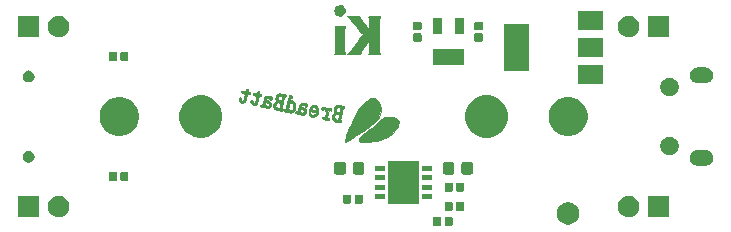
<source format=gbr>
G04 #@! TF.GenerationSoftware,KiCad,Pcbnew,5.1.6+dfsg1-1*
G04 #@! TF.CreationDate,2020-06-20T09:26:13-04:00*
G04 #@! TF.ProjectId,BreadBatt,42726561-6442-4617-9474-2e6b69636164,1*
G04 #@! TF.SameCoordinates,Original*
G04 #@! TF.FileFunction,Soldermask,Bot*
G04 #@! TF.FilePolarity,Negative*
%FSLAX46Y46*%
G04 Gerber Fmt 4.6, Leading zero omitted, Abs format (unit mm)*
G04 Created by KiCad (PCBNEW 5.1.6+dfsg1-1) date 2020-06-20 09:26:13*
%MOMM*%
%LPD*%
G01*
G04 APERTURE LIST*
%ADD10C,0.010000*%
%ADD11C,0.100000*%
G04 APERTURE END LIST*
D10*
G36*
X143309220Y-107987562D02*
G01*
X143152810Y-108030131D01*
X143043883Y-108072012D01*
X142951515Y-108122765D01*
X142857624Y-108194436D01*
X142744128Y-108299075D01*
X142733041Y-108309833D01*
X142556047Y-108480345D01*
X142410965Y-108615575D01*
X142287871Y-108723914D01*
X142176839Y-108813747D01*
X142067945Y-108893466D01*
X141951264Y-108971456D01*
X141946876Y-108974284D01*
X141798103Y-109077981D01*
X141640194Y-109201593D01*
X141482175Y-109336611D01*
X141333075Y-109474526D01*
X141201920Y-109606826D01*
X141097738Y-109725004D01*
X141029555Y-109820550D01*
X141012597Y-109854996D01*
X140987014Y-109938918D01*
X140979640Y-110000950D01*
X140983175Y-110015140D01*
X141033438Y-110050943D01*
X141127752Y-110082532D01*
X141249701Y-110106682D01*
X141382869Y-110120167D01*
X141510839Y-110119760D01*
X141514286Y-110119510D01*
X141703797Y-110102591D01*
X141906784Y-110079752D01*
X142113566Y-110052579D01*
X142314463Y-110022658D01*
X142499793Y-109991574D01*
X142659876Y-109960913D01*
X142785031Y-109932260D01*
X142865578Y-109907201D01*
X142888607Y-109894419D01*
X142942359Y-109869910D01*
X142967371Y-109867095D01*
X143030471Y-109851257D01*
X143131109Y-109808253D01*
X143256764Y-109744850D01*
X143394914Y-109667815D01*
X143533038Y-109583914D01*
X143658616Y-109499914D01*
X143692897Y-109475017D01*
X143872240Y-109318295D01*
X144037303Y-109130231D01*
X144177794Y-108925627D01*
X144283420Y-108719280D01*
X144340175Y-108544283D01*
X144344662Y-108399042D01*
X144297000Y-108269333D01*
X144204213Y-108158197D01*
X144073325Y-108068675D01*
X143911357Y-108003810D01*
X143725335Y-107966642D01*
X143522282Y-107960212D01*
X143309220Y-107987562D01*
G37*
X143309220Y-107987562D02*
X143152810Y-108030131D01*
X143043883Y-108072012D01*
X142951515Y-108122765D01*
X142857624Y-108194436D01*
X142744128Y-108299075D01*
X142733041Y-108309833D01*
X142556047Y-108480345D01*
X142410965Y-108615575D01*
X142287871Y-108723914D01*
X142176839Y-108813747D01*
X142067945Y-108893466D01*
X141951264Y-108971456D01*
X141946876Y-108974284D01*
X141798103Y-109077981D01*
X141640194Y-109201593D01*
X141482175Y-109336611D01*
X141333075Y-109474526D01*
X141201920Y-109606826D01*
X141097738Y-109725004D01*
X141029555Y-109820550D01*
X141012597Y-109854996D01*
X140987014Y-109938918D01*
X140979640Y-110000950D01*
X140983175Y-110015140D01*
X141033438Y-110050943D01*
X141127752Y-110082532D01*
X141249701Y-110106682D01*
X141382869Y-110120167D01*
X141510839Y-110119760D01*
X141514286Y-110119510D01*
X141703797Y-110102591D01*
X141906784Y-110079752D01*
X142113566Y-110052579D01*
X142314463Y-110022658D01*
X142499793Y-109991574D01*
X142659876Y-109960913D01*
X142785031Y-109932260D01*
X142865578Y-109907201D01*
X142888607Y-109894419D01*
X142942359Y-109869910D01*
X142967371Y-109867095D01*
X143030471Y-109851257D01*
X143131109Y-109808253D01*
X143256764Y-109744850D01*
X143394914Y-109667815D01*
X143533038Y-109583914D01*
X143658616Y-109499914D01*
X143692897Y-109475017D01*
X143872240Y-109318295D01*
X144037303Y-109130231D01*
X144177794Y-108925627D01*
X144283420Y-108719280D01*
X144340175Y-108544283D01*
X144344662Y-108399042D01*
X144297000Y-108269333D01*
X144204213Y-108158197D01*
X144073325Y-108068675D01*
X143911357Y-108003810D01*
X143725335Y-107966642D01*
X143522282Y-107960212D01*
X143309220Y-107987562D01*
G36*
X141705135Y-106598713D02*
G01*
X141447051Y-106821521D01*
X141192494Y-107094162D01*
X140950300Y-107406225D01*
X140729305Y-107747302D01*
X140727465Y-107750429D01*
X140655781Y-107881375D01*
X140572102Y-108049229D01*
X140479694Y-108246023D01*
X140381821Y-108463789D01*
X140281749Y-108694559D01*
X140182743Y-108930366D01*
X140088069Y-109163243D01*
X140000993Y-109385222D01*
X139924778Y-109588336D01*
X139862692Y-109764616D01*
X139817999Y-109906096D01*
X139793965Y-110004808D01*
X139790714Y-110036099D01*
X139813402Y-110072479D01*
X139880489Y-110069836D01*
X139990514Y-110028565D01*
X140142015Y-109949065D01*
X140168913Y-109933464D01*
X140302498Y-109852035D01*
X140439751Y-109763323D01*
X140555449Y-109683740D01*
X140577128Y-109667880D01*
X140674348Y-109598072D01*
X140763187Y-109538607D01*
X140818809Y-109505471D01*
X140871552Y-109474380D01*
X140962277Y-109416810D01*
X141079076Y-109340463D01*
X141210046Y-109253043D01*
X141235287Y-109235995D01*
X141370509Y-109144983D01*
X141496499Y-109061081D01*
X141600323Y-108992843D01*
X141669047Y-108948822D01*
X141675534Y-108944833D01*
X141740600Y-108900145D01*
X141839473Y-108826132D01*
X141961339Y-108731516D01*
X142095389Y-108625016D01*
X142230811Y-108515352D01*
X142356792Y-108411244D01*
X142462522Y-108321413D01*
X142537189Y-108254577D01*
X142561776Y-108230036D01*
X142609082Y-108165607D01*
X142668075Y-108068577D01*
X142719593Y-107972367D01*
X142802754Y-107741151D01*
X142836346Y-107490037D01*
X142822126Y-107231104D01*
X142761856Y-106976432D01*
X142657294Y-106738102D01*
X142510199Y-106528193D01*
X142509067Y-106526902D01*
X142459437Y-106473300D01*
X142415414Y-106441484D01*
X142359426Y-106425775D01*
X142273900Y-106420491D01*
X142178252Y-106419952D01*
X141941341Y-106419952D01*
X141705135Y-106598713D01*
G37*
X141705135Y-106598713D02*
X141447051Y-106821521D01*
X141192494Y-107094162D01*
X140950300Y-107406225D01*
X140729305Y-107747302D01*
X140727465Y-107750429D01*
X140655781Y-107881375D01*
X140572102Y-108049229D01*
X140479694Y-108246023D01*
X140381821Y-108463789D01*
X140281749Y-108694559D01*
X140182743Y-108930366D01*
X140088069Y-109163243D01*
X140000993Y-109385222D01*
X139924778Y-109588336D01*
X139862692Y-109764616D01*
X139817999Y-109906096D01*
X139793965Y-110004808D01*
X139790714Y-110036099D01*
X139813402Y-110072479D01*
X139880489Y-110069836D01*
X139990514Y-110028565D01*
X140142015Y-109949065D01*
X140168913Y-109933464D01*
X140302498Y-109852035D01*
X140439751Y-109763323D01*
X140555449Y-109683740D01*
X140577128Y-109667880D01*
X140674348Y-109598072D01*
X140763187Y-109538607D01*
X140818809Y-109505471D01*
X140871552Y-109474380D01*
X140962277Y-109416810D01*
X141079076Y-109340463D01*
X141210046Y-109253043D01*
X141235287Y-109235995D01*
X141370509Y-109144983D01*
X141496499Y-109061081D01*
X141600323Y-108992843D01*
X141669047Y-108948822D01*
X141675534Y-108944833D01*
X141740600Y-108900145D01*
X141839473Y-108826132D01*
X141961339Y-108731516D01*
X142095389Y-108625016D01*
X142230811Y-108515352D01*
X142356792Y-108411244D01*
X142462522Y-108321413D01*
X142537189Y-108254577D01*
X142561776Y-108230036D01*
X142609082Y-108165607D01*
X142668075Y-108068577D01*
X142719593Y-107972367D01*
X142802754Y-107741151D01*
X142836346Y-107490037D01*
X142822126Y-107231104D01*
X142761856Y-106976432D01*
X142657294Y-106738102D01*
X142510199Y-106528193D01*
X142509067Y-106526902D01*
X142459437Y-106473300D01*
X142415414Y-106441484D01*
X142359426Y-106425775D01*
X142273900Y-106420491D01*
X142178252Y-106419952D01*
X141941341Y-106419952D01*
X141705135Y-106598713D01*
G36*
X139128960Y-106982653D02*
G01*
X139076765Y-107005105D01*
X138988525Y-107067970D01*
X138920909Y-107169509D01*
X138907256Y-107198796D01*
X138871040Y-107287919D01*
X138859884Y-107351167D01*
X138872050Y-107416882D01*
X138890554Y-107471321D01*
X138917233Y-107551842D01*
X138920444Y-107595190D01*
X138898751Y-107620511D01*
X138878490Y-107632196D01*
X138792512Y-107709978D01*
X138731799Y-107830037D01*
X138703454Y-107976965D01*
X138702256Y-108014535D01*
X138717500Y-108150321D01*
X138768114Y-108251852D01*
X138861084Y-108326087D01*
X139003397Y-108379984D01*
X139089655Y-108400339D01*
X139211761Y-108423044D01*
X139322215Y-108439369D01*
X139397779Y-108445896D01*
X139399596Y-108445905D01*
X139462497Y-108438181D01*
X139485671Y-108402202D01*
X139488333Y-108355191D01*
X139475724Y-108284497D01*
X139440938Y-108264476D01*
X139406624Y-108244107D01*
X139408457Y-108211560D01*
X139419660Y-108164626D01*
X139440711Y-108070122D01*
X139469073Y-107939673D01*
X139494175Y-107822416D01*
X139295829Y-107822416D01*
X139288923Y-107901109D01*
X139272858Y-108003831D01*
X139246088Y-108121502D01*
X139211620Y-108186709D01*
X139157220Y-108207294D01*
X139070657Y-108191099D01*
X139011229Y-108171569D01*
X138921309Y-108113500D01*
X138879336Y-108024763D01*
X138888768Y-107915654D01*
X138908757Y-107866500D01*
X138942943Y-107807132D01*
X138981892Y-107777395D01*
X139046270Y-107767372D01*
X139116618Y-107766769D01*
X139209056Y-107770626D01*
X139274220Y-107779173D01*
X139291905Y-107785825D01*
X139295829Y-107822416D01*
X139494175Y-107822416D01*
X139502206Y-107784903D01*
X139520835Y-107696979D01*
X139554927Y-107540528D01*
X139585703Y-107408649D01*
X139610749Y-107310977D01*
X139627650Y-107257143D01*
X139630076Y-107253788D01*
X139422227Y-107253788D01*
X139413671Y-107331214D01*
X139398612Y-107413132D01*
X139360785Y-107591382D01*
X139250690Y-107566564D01*
X139161679Y-107532186D01*
X139092177Y-107481639D01*
X139087679Y-107476428D01*
X139040550Y-107388325D01*
X139049818Y-107300667D01*
X139084261Y-107239643D01*
X139124869Y-107195470D01*
X139177468Y-107179216D01*
X139265331Y-107183804D01*
X139267183Y-107184012D01*
X139352071Y-107196882D01*
X139408745Y-107211582D01*
X139418523Y-107216967D01*
X139422227Y-107253788D01*
X139630076Y-107253788D01*
X139632887Y-107249903D01*
X139671841Y-107254840D01*
X139717250Y-107223055D01*
X139749839Y-107172556D01*
X139754752Y-107136061D01*
X139743213Y-107103451D01*
X139711881Y-107077975D01*
X139649548Y-107054857D01*
X139545007Y-107029323D01*
X139464182Y-107012257D01*
X139331057Y-106985873D01*
X139241272Y-106972338D01*
X139179137Y-106971361D01*
X139128960Y-106982653D01*
G37*
X139128960Y-106982653D02*
X139076765Y-107005105D01*
X138988525Y-107067970D01*
X138920909Y-107169509D01*
X138907256Y-107198796D01*
X138871040Y-107287919D01*
X138859884Y-107351167D01*
X138872050Y-107416882D01*
X138890554Y-107471321D01*
X138917233Y-107551842D01*
X138920444Y-107595190D01*
X138898751Y-107620511D01*
X138878490Y-107632196D01*
X138792512Y-107709978D01*
X138731799Y-107830037D01*
X138703454Y-107976965D01*
X138702256Y-108014535D01*
X138717500Y-108150321D01*
X138768114Y-108251852D01*
X138861084Y-108326087D01*
X139003397Y-108379984D01*
X139089655Y-108400339D01*
X139211761Y-108423044D01*
X139322215Y-108439369D01*
X139397779Y-108445896D01*
X139399596Y-108445905D01*
X139462497Y-108438181D01*
X139485671Y-108402202D01*
X139488333Y-108355191D01*
X139475724Y-108284497D01*
X139440938Y-108264476D01*
X139406624Y-108244107D01*
X139408457Y-108211560D01*
X139419660Y-108164626D01*
X139440711Y-108070122D01*
X139469073Y-107939673D01*
X139494175Y-107822416D01*
X139295829Y-107822416D01*
X139288923Y-107901109D01*
X139272858Y-108003831D01*
X139246088Y-108121502D01*
X139211620Y-108186709D01*
X139157220Y-108207294D01*
X139070657Y-108191099D01*
X139011229Y-108171569D01*
X138921309Y-108113500D01*
X138879336Y-108024763D01*
X138888768Y-107915654D01*
X138908757Y-107866500D01*
X138942943Y-107807132D01*
X138981892Y-107777395D01*
X139046270Y-107767372D01*
X139116618Y-107766769D01*
X139209056Y-107770626D01*
X139274220Y-107779173D01*
X139291905Y-107785825D01*
X139295829Y-107822416D01*
X139494175Y-107822416D01*
X139502206Y-107784903D01*
X139520835Y-107696979D01*
X139554927Y-107540528D01*
X139585703Y-107408649D01*
X139610749Y-107310977D01*
X139627650Y-107257143D01*
X139630076Y-107253788D01*
X139422227Y-107253788D01*
X139413671Y-107331214D01*
X139398612Y-107413132D01*
X139360785Y-107591382D01*
X139250690Y-107566564D01*
X139161679Y-107532186D01*
X139092177Y-107481639D01*
X139087679Y-107476428D01*
X139040550Y-107388325D01*
X139049818Y-107300667D01*
X139084261Y-107239643D01*
X139124869Y-107195470D01*
X139177468Y-107179216D01*
X139265331Y-107183804D01*
X139267183Y-107184012D01*
X139352071Y-107196882D01*
X139408745Y-107211582D01*
X139418523Y-107216967D01*
X139422227Y-107253788D01*
X139630076Y-107253788D01*
X139632887Y-107249903D01*
X139671841Y-107254840D01*
X139717250Y-107223055D01*
X139749839Y-107172556D01*
X139754752Y-107136061D01*
X139743213Y-107103451D01*
X139711881Y-107077975D01*
X139649548Y-107054857D01*
X139545007Y-107029323D01*
X139464182Y-107012257D01*
X139331057Y-106985873D01*
X139241272Y-106972338D01*
X139179137Y-106971361D01*
X139128960Y-106982653D01*
G36*
X137883420Y-107142214D02*
G01*
X137817755Y-107210165D01*
X137795000Y-107292628D01*
X137818042Y-107357199D01*
X137875374Y-107383056D01*
X137949307Y-107362393D01*
X137950892Y-107361414D01*
X138026199Y-107341276D01*
X138092128Y-107372786D01*
X138143402Y-107447256D01*
X138174739Y-107555996D01*
X138180862Y-107690319D01*
X138177068Y-107733667D01*
X138160071Y-107860519D01*
X138140706Y-107937601D01*
X138111682Y-107975418D01*
X138065705Y-107984478D01*
X138007852Y-107977415D01*
X137919175Y-107972290D01*
X137864669Y-107997648D01*
X137854852Y-108008205D01*
X137828195Y-108064050D01*
X137850965Y-108111958D01*
X137926391Y-108154287D01*
X138057705Y-108193396D01*
X138130464Y-108209463D01*
X138273398Y-108238308D01*
X138368142Y-108254914D01*
X138425658Y-108259642D01*
X138456904Y-108252849D01*
X138472841Y-108234895D01*
X138478863Y-108220885D01*
X138488549Y-108135527D01*
X138447748Y-108077524D01*
X138388630Y-108058041D01*
X138352359Y-108053982D01*
X138328531Y-108045301D01*
X138317117Y-108022621D01*
X138318090Y-107976563D01*
X138331420Y-107897747D01*
X138357079Y-107776796D01*
X138387354Y-107639346D01*
X138435043Y-107422430D01*
X138535223Y-107438687D01*
X138607245Y-107443289D01*
X138643263Y-107419818D01*
X138656152Y-107389569D01*
X138658708Y-107315201D01*
X138609683Y-107262336D01*
X138505980Y-107228163D01*
X138471795Y-107222308D01*
X138380223Y-107213628D01*
X138326120Y-107225398D01*
X138292303Y-107256819D01*
X138259731Y-107287085D01*
X138249533Y-107273734D01*
X138222797Y-107229825D01*
X138157931Y-107181370D01*
X138075099Y-107139927D01*
X137994464Y-107117055D01*
X137973556Y-107115542D01*
X137883420Y-107142214D01*
G37*
X137883420Y-107142214D02*
X137817755Y-107210165D01*
X137795000Y-107292628D01*
X137818042Y-107357199D01*
X137875374Y-107383056D01*
X137949307Y-107362393D01*
X137950892Y-107361414D01*
X138026199Y-107341276D01*
X138092128Y-107372786D01*
X138143402Y-107447256D01*
X138174739Y-107555996D01*
X138180862Y-107690319D01*
X138177068Y-107733667D01*
X138160071Y-107860519D01*
X138140706Y-107937601D01*
X138111682Y-107975418D01*
X138065705Y-107984478D01*
X138007852Y-107977415D01*
X137919175Y-107972290D01*
X137864669Y-107997648D01*
X137854852Y-108008205D01*
X137828195Y-108064050D01*
X137850965Y-108111958D01*
X137926391Y-108154287D01*
X138057705Y-108193396D01*
X138130464Y-108209463D01*
X138273398Y-108238308D01*
X138368142Y-108254914D01*
X138425658Y-108259642D01*
X138456904Y-108252849D01*
X138472841Y-108234895D01*
X138478863Y-108220885D01*
X138488549Y-108135527D01*
X138447748Y-108077524D01*
X138388630Y-108058041D01*
X138352359Y-108053982D01*
X138328531Y-108045301D01*
X138317117Y-108022621D01*
X138318090Y-107976563D01*
X138331420Y-107897747D01*
X138357079Y-107776796D01*
X138387354Y-107639346D01*
X138435043Y-107422430D01*
X138535223Y-107438687D01*
X138607245Y-107443289D01*
X138643263Y-107419818D01*
X138656152Y-107389569D01*
X138658708Y-107315201D01*
X138609683Y-107262336D01*
X138505980Y-107228163D01*
X138471795Y-107222308D01*
X138380223Y-107213628D01*
X138326120Y-107225398D01*
X138292303Y-107256819D01*
X138259731Y-107287085D01*
X138249533Y-107273734D01*
X138222797Y-107229825D01*
X138157931Y-107181370D01*
X138075099Y-107139927D01*
X137994464Y-107117055D01*
X137973556Y-107115542D01*
X137883420Y-107142214D01*
G36*
X137098546Y-106973009D02*
G01*
X137028322Y-107007268D01*
X136947682Y-107078727D01*
X136878312Y-107165038D01*
X136822211Y-107265378D01*
X136785721Y-107363531D01*
X136775183Y-107443282D01*
X136789640Y-107482879D01*
X136830012Y-107500508D01*
X136914608Y-107524369D01*
X137028070Y-107550339D01*
X137079104Y-107560588D01*
X137195758Y-107585072D01*
X137285746Y-107607757D01*
X137335637Y-107625081D01*
X137341429Y-107630166D01*
X137317481Y-107671351D01*
X137259034Y-107723203D01*
X137186186Y-107770374D01*
X137123724Y-107796440D01*
X137036375Y-107788147D01*
X136948657Y-107723315D01*
X136870808Y-107614744D01*
X136825937Y-107572436D01*
X136780164Y-107580918D01*
X136746603Y-107632150D01*
X136737339Y-107696563D01*
X136764507Y-107814559D01*
X136836107Y-107906584D01*
X136939914Y-107967817D01*
X137063705Y-107993438D01*
X137195254Y-107978627D01*
X137314278Y-107924054D01*
X137426007Y-107816076D01*
X137506850Y-107668677D01*
X137548902Y-107498377D01*
X137553095Y-107425020D01*
X137550067Y-107400957D01*
X137395093Y-107400957D01*
X137386701Y-107417810D01*
X137352786Y-107412335D01*
X137278429Y-107398256D01*
X137214405Y-107385572D01*
X137095299Y-107361004D01*
X137025378Y-107342537D01*
X136994552Y-107324266D01*
X136992735Y-107300288D01*
X137009371Y-107265569D01*
X137077642Y-107188165D01*
X137165004Y-107158290D01*
X137254875Y-107181244D01*
X137261076Y-107185126D01*
X137302336Y-107225919D01*
X137344838Y-107287366D01*
X137378964Y-107351651D01*
X137395093Y-107400957D01*
X137550067Y-107400957D01*
X137531430Y-107252867D01*
X137469744Y-107115445D01*
X137373001Y-107018927D01*
X137246165Y-106969487D01*
X137182603Y-106964238D01*
X137098546Y-106973009D01*
G37*
X137098546Y-106973009D02*
X137028322Y-107007268D01*
X136947682Y-107078727D01*
X136878312Y-107165038D01*
X136822211Y-107265378D01*
X136785721Y-107363531D01*
X136775183Y-107443282D01*
X136789640Y-107482879D01*
X136830012Y-107500508D01*
X136914608Y-107524369D01*
X137028070Y-107550339D01*
X137079104Y-107560588D01*
X137195758Y-107585072D01*
X137285746Y-107607757D01*
X137335637Y-107625081D01*
X137341429Y-107630166D01*
X137317481Y-107671351D01*
X137259034Y-107723203D01*
X137186186Y-107770374D01*
X137123724Y-107796440D01*
X137036375Y-107788147D01*
X136948657Y-107723315D01*
X136870808Y-107614744D01*
X136825937Y-107572436D01*
X136780164Y-107580918D01*
X136746603Y-107632150D01*
X136737339Y-107696563D01*
X136764507Y-107814559D01*
X136836107Y-107906584D01*
X136939914Y-107967817D01*
X137063705Y-107993438D01*
X137195254Y-107978627D01*
X137314278Y-107924054D01*
X137426007Y-107816076D01*
X137506850Y-107668677D01*
X137548902Y-107498377D01*
X137553095Y-107425020D01*
X137550067Y-107400957D01*
X137395093Y-107400957D01*
X137386701Y-107417810D01*
X137352786Y-107412335D01*
X137278429Y-107398256D01*
X137214405Y-107385572D01*
X137095299Y-107361004D01*
X137025378Y-107342537D01*
X136994552Y-107324266D01*
X136992735Y-107300288D01*
X137009371Y-107265569D01*
X137077642Y-107188165D01*
X137165004Y-107158290D01*
X137254875Y-107181244D01*
X137261076Y-107185126D01*
X137302336Y-107225919D01*
X137344838Y-107287366D01*
X137378964Y-107351651D01*
X137395093Y-107400957D01*
X137550067Y-107400957D01*
X137531430Y-107252867D01*
X137469744Y-107115445D01*
X137373001Y-107018927D01*
X137246165Y-106969487D01*
X137182603Y-106964238D01*
X137098546Y-106973009D01*
G36*
X136099840Y-106815131D02*
G01*
X136074004Y-106826835D01*
X135994297Y-106892663D01*
X135930658Y-107002602D01*
X135879833Y-107163133D01*
X135860682Y-107251500D01*
X135834259Y-107384103D01*
X135814078Y-107467521D01*
X135794968Y-107511961D01*
X135771758Y-107527627D01*
X135739280Y-107524724D01*
X135724118Y-107521048D01*
X135658489Y-107522734D01*
X135618243Y-107568278D01*
X135601602Y-107641449D01*
X135639262Y-107692090D01*
X135728429Y-107717597D01*
X135781476Y-107720191D01*
X135892894Y-107735002D01*
X136006737Y-107771544D01*
X136026071Y-107780667D01*
X136142393Y-107828623D01*
X136236958Y-107835272D01*
X136332087Y-107800712D01*
X136364320Y-107782172D01*
X136461096Y-107704131D01*
X136511329Y-107608118D01*
X136524222Y-107490502D01*
X136338509Y-107490502D01*
X136330173Y-107564620D01*
X136280747Y-107610750D01*
X136204737Y-107624708D01*
X136116649Y-107602307D01*
X136064064Y-107569697D01*
X136012203Y-107516525D01*
X136001750Y-107455955D01*
X136009112Y-107410947D01*
X136031514Y-107342786D01*
X136068904Y-107319349D01*
X136103710Y-107320023D01*
X136190487Y-107347454D01*
X136272912Y-107401036D01*
X136328493Y-107464437D01*
X136338509Y-107490502D01*
X136524222Y-107490502D01*
X136525000Y-107483406D01*
X136515482Y-107395749D01*
X136477691Y-107328103D01*
X136421168Y-107272432D01*
X136329563Y-107204988D01*
X136231612Y-107151224D01*
X136209501Y-107142273D01*
X136128107Y-107099728D01*
X136105259Y-107053739D01*
X136141766Y-107007016D01*
X136164959Y-106992969D01*
X136259321Y-106971838D01*
X136345003Y-107003031D01*
X136398215Y-107069346D01*
X136446397Y-107132072D01*
X136500545Y-107142893D01*
X136548982Y-107107747D01*
X136580033Y-107032574D01*
X136585476Y-106974086D01*
X136572509Y-106894766D01*
X136522163Y-106843510D01*
X136496264Y-106828943D01*
X136372316Y-106791348D01*
X136229909Y-106786693D01*
X136099840Y-106815131D01*
G37*
X136099840Y-106815131D02*
X136074004Y-106826835D01*
X135994297Y-106892663D01*
X135930658Y-107002602D01*
X135879833Y-107163133D01*
X135860682Y-107251500D01*
X135834259Y-107384103D01*
X135814078Y-107467521D01*
X135794968Y-107511961D01*
X135771758Y-107527627D01*
X135739280Y-107524724D01*
X135724118Y-107521048D01*
X135658489Y-107522734D01*
X135618243Y-107568278D01*
X135601602Y-107641449D01*
X135639262Y-107692090D01*
X135728429Y-107717597D01*
X135781476Y-107720191D01*
X135892894Y-107735002D01*
X136006737Y-107771544D01*
X136026071Y-107780667D01*
X136142393Y-107828623D01*
X136236958Y-107835272D01*
X136332087Y-107800712D01*
X136364320Y-107782172D01*
X136461096Y-107704131D01*
X136511329Y-107608118D01*
X136524222Y-107490502D01*
X136338509Y-107490502D01*
X136330173Y-107564620D01*
X136280747Y-107610750D01*
X136204737Y-107624708D01*
X136116649Y-107602307D01*
X136064064Y-107569697D01*
X136012203Y-107516525D01*
X136001750Y-107455955D01*
X136009112Y-107410947D01*
X136031514Y-107342786D01*
X136068904Y-107319349D01*
X136103710Y-107320023D01*
X136190487Y-107347454D01*
X136272912Y-107401036D01*
X136328493Y-107464437D01*
X136338509Y-107490502D01*
X136524222Y-107490502D01*
X136525000Y-107483406D01*
X136515482Y-107395749D01*
X136477691Y-107328103D01*
X136421168Y-107272432D01*
X136329563Y-107204988D01*
X136231612Y-107151224D01*
X136209501Y-107142273D01*
X136128107Y-107099728D01*
X136105259Y-107053739D01*
X136141766Y-107007016D01*
X136164959Y-106992969D01*
X136259321Y-106971838D01*
X136345003Y-107003031D01*
X136398215Y-107069346D01*
X136446397Y-107132072D01*
X136500545Y-107142893D01*
X136548982Y-107107747D01*
X136580033Y-107032574D01*
X136585476Y-106974086D01*
X136572509Y-106894766D01*
X136522163Y-106843510D01*
X136496264Y-106828943D01*
X136372316Y-106791348D01*
X136229909Y-106786693D01*
X136099840Y-106815131D01*
G36*
X135069021Y-106170503D02*
G01*
X135056825Y-106204404D01*
X135034431Y-106286162D01*
X135004454Y-106404532D01*
X134969512Y-106548266D01*
X134932222Y-106706119D01*
X134895199Y-106866844D01*
X134861060Y-107019197D01*
X134832423Y-107151931D01*
X134811903Y-107253799D01*
X134802117Y-107313557D01*
X134801676Y-107319536D01*
X134775564Y-107325285D01*
X134727871Y-107327095D01*
X134658515Y-107350592D01*
X134634658Y-107389023D01*
X134633649Y-107466102D01*
X134683612Y-107516572D01*
X134779321Y-107536175D01*
X134814314Y-107535512D01*
X134927857Y-107544552D01*
X135031394Y-107577436D01*
X135034272Y-107578913D01*
X135146951Y-107621560D01*
X135247803Y-107618225D01*
X135300357Y-107600463D01*
X135387879Y-107541538D01*
X135477338Y-107445330D01*
X135551288Y-107331844D01*
X135570896Y-107290269D01*
X135612768Y-107136595D01*
X135613880Y-107072996D01*
X135436429Y-107072996D01*
X135418807Y-107197264D01*
X135372236Y-107299376D01*
X135306160Y-107373295D01*
X135230021Y-107412982D01*
X135153261Y-107412401D01*
X135085325Y-107365514D01*
X135054771Y-107317026D01*
X135028020Y-107210700D01*
X135030908Y-107085917D01*
X135059302Y-106963788D01*
X135109070Y-106865426D01*
X135151260Y-106824014D01*
X135245053Y-106789512D01*
X135327433Y-106809036D01*
X135391181Y-106876284D01*
X135429077Y-106984950D01*
X135436429Y-107072996D01*
X135613880Y-107072996D01*
X135615432Y-106984250D01*
X135583704Y-106843212D01*
X135522398Y-106723458D01*
X135436331Y-106634964D01*
X135330318Y-106587707D01*
X135231356Y-106586820D01*
X135164855Y-106595224D01*
X135142579Y-106578815D01*
X135149554Y-106525141D01*
X135150727Y-106519778D01*
X135172948Y-106427314D01*
X135191509Y-106381732D01*
X135213424Y-106370390D01*
X135231177Y-106374787D01*
X135293917Y-106372404D01*
X135334812Y-106325790D01*
X135340800Y-106266357D01*
X135317352Y-106212878D01*
X135255858Y-106179172D01*
X135214741Y-106167917D01*
X135120025Y-106155655D01*
X135069021Y-106170503D01*
G37*
X135069021Y-106170503D02*
X135056825Y-106204404D01*
X135034431Y-106286162D01*
X135004454Y-106404532D01*
X134969512Y-106548266D01*
X134932222Y-106706119D01*
X134895199Y-106866844D01*
X134861060Y-107019197D01*
X134832423Y-107151931D01*
X134811903Y-107253799D01*
X134802117Y-107313557D01*
X134801676Y-107319536D01*
X134775564Y-107325285D01*
X134727871Y-107327095D01*
X134658515Y-107350592D01*
X134634658Y-107389023D01*
X134633649Y-107466102D01*
X134683612Y-107516572D01*
X134779321Y-107536175D01*
X134814314Y-107535512D01*
X134927857Y-107544552D01*
X135031394Y-107577436D01*
X135034272Y-107578913D01*
X135146951Y-107621560D01*
X135247803Y-107618225D01*
X135300357Y-107600463D01*
X135387879Y-107541538D01*
X135477338Y-107445330D01*
X135551288Y-107331844D01*
X135570896Y-107290269D01*
X135612768Y-107136595D01*
X135613880Y-107072996D01*
X135436429Y-107072996D01*
X135418807Y-107197264D01*
X135372236Y-107299376D01*
X135306160Y-107373295D01*
X135230021Y-107412982D01*
X135153261Y-107412401D01*
X135085325Y-107365514D01*
X135054771Y-107317026D01*
X135028020Y-107210700D01*
X135030908Y-107085917D01*
X135059302Y-106963788D01*
X135109070Y-106865426D01*
X135151260Y-106824014D01*
X135245053Y-106789512D01*
X135327433Y-106809036D01*
X135391181Y-106876284D01*
X135429077Y-106984950D01*
X135436429Y-107072996D01*
X135613880Y-107072996D01*
X135615432Y-106984250D01*
X135583704Y-106843212D01*
X135522398Y-106723458D01*
X135436331Y-106634964D01*
X135330318Y-106587707D01*
X135231356Y-106586820D01*
X135164855Y-106595224D01*
X135142579Y-106578815D01*
X135149554Y-106525141D01*
X135150727Y-106519778D01*
X135172948Y-106427314D01*
X135191509Y-106381732D01*
X135213424Y-106370390D01*
X135231177Y-106374787D01*
X135293917Y-106372404D01*
X135334812Y-106325790D01*
X135340800Y-106266357D01*
X135317352Y-106212878D01*
X135255858Y-106179172D01*
X135214741Y-106167917D01*
X135120025Y-106155655D01*
X135069021Y-106170503D01*
G36*
X134182098Y-106006318D02*
G01*
X134113678Y-106031418D01*
X134088224Y-106046467D01*
X133999382Y-106136995D01*
X133942224Y-106259912D01*
X133922264Y-106394378D01*
X133945015Y-106519554D01*
X133956537Y-106544222D01*
X133969678Y-106590609D01*
X133947633Y-106637183D01*
X133896661Y-106689876D01*
X133795614Y-106819053D01*
X133747244Y-106962511D01*
X133753476Y-107109338D01*
X133802066Y-107226892D01*
X133845186Y-107289401D01*
X133893779Y-107334144D01*
X133961428Y-107367910D01*
X134061718Y-107397488D01*
X134207461Y-107429508D01*
X134335281Y-107455617D01*
X134416728Y-107470504D01*
X134464753Y-107474683D01*
X134492308Y-107468665D01*
X134512348Y-107452964D01*
X134523238Y-107442000D01*
X134557563Y-107373476D01*
X134535356Y-107305889D01*
X134511428Y-107283475D01*
X134494398Y-107265313D01*
X134485747Y-107235395D01*
X134486381Y-107184687D01*
X134497204Y-107104153D01*
X134519120Y-106984757D01*
X134547536Y-106844581D01*
X134356815Y-106844581D01*
X134348104Y-106918749D01*
X134330871Y-107012853D01*
X134309024Y-107108641D01*
X134286471Y-107187861D01*
X134267121Y-107232263D01*
X134261524Y-107236212D01*
X134222214Y-107228682D01*
X134149418Y-107210245D01*
X134129651Y-107204835D01*
X134043006Y-107172218D01*
X133977168Y-107132947D01*
X133970901Y-107127248D01*
X133929272Y-107046816D01*
X133931998Y-106948287D01*
X133977013Y-106852325D01*
X134001217Y-106824320D01*
X134059811Y-106775709D01*
X134119553Y-106759912D01*
X134205324Y-106768330D01*
X134288772Y-106785418D01*
X134344506Y-106803312D01*
X134353094Y-106808600D01*
X134356815Y-106844581D01*
X134547536Y-106844581D01*
X134553034Y-106817465D01*
X134562756Y-106770635D01*
X134601083Y-106590120D01*
X134631152Y-106460141D01*
X134655944Y-106371809D01*
X134678439Y-106316235D01*
X134701618Y-106284533D01*
X134716251Y-106275418D01*
X134483383Y-106275418D01*
X134471681Y-106352902D01*
X134451467Y-106449889D01*
X134426413Y-106546948D01*
X134420735Y-106565991D01*
X134386247Y-106588944D01*
X134318936Y-106587303D01*
X134239380Y-106564859D01*
X134168156Y-106525406D01*
X134158869Y-106517734D01*
X134113881Y-106443217D01*
X134106799Y-106350395D01*
X134136214Y-106264907D01*
X134174968Y-106224935D01*
X134241342Y-106202438D01*
X134329823Y-106196028D01*
X134415749Y-106204752D01*
X134474456Y-106227652D01*
X134482903Y-106236865D01*
X134483383Y-106275418D01*
X134716251Y-106275418D01*
X134728461Y-106267813D01*
X134731804Y-106266492D01*
X134787215Y-106221771D01*
X134804095Y-106159313D01*
X134782259Y-106101573D01*
X134733393Y-106073035D01*
X134533933Y-106030465D01*
X134382229Y-106005429D01*
X134268283Y-105997518D01*
X134182098Y-106006318D01*
G37*
X134182098Y-106006318D02*
X134113678Y-106031418D01*
X134088224Y-106046467D01*
X133999382Y-106136995D01*
X133942224Y-106259912D01*
X133922264Y-106394378D01*
X133945015Y-106519554D01*
X133956537Y-106544222D01*
X133969678Y-106590609D01*
X133947633Y-106637183D01*
X133896661Y-106689876D01*
X133795614Y-106819053D01*
X133747244Y-106962511D01*
X133753476Y-107109338D01*
X133802066Y-107226892D01*
X133845186Y-107289401D01*
X133893779Y-107334144D01*
X133961428Y-107367910D01*
X134061718Y-107397488D01*
X134207461Y-107429508D01*
X134335281Y-107455617D01*
X134416728Y-107470504D01*
X134464753Y-107474683D01*
X134492308Y-107468665D01*
X134512348Y-107452964D01*
X134523238Y-107442000D01*
X134557563Y-107373476D01*
X134535356Y-107305889D01*
X134511428Y-107283475D01*
X134494398Y-107265313D01*
X134485747Y-107235395D01*
X134486381Y-107184687D01*
X134497204Y-107104153D01*
X134519120Y-106984757D01*
X134547536Y-106844581D01*
X134356815Y-106844581D01*
X134348104Y-106918749D01*
X134330871Y-107012853D01*
X134309024Y-107108641D01*
X134286471Y-107187861D01*
X134267121Y-107232263D01*
X134261524Y-107236212D01*
X134222214Y-107228682D01*
X134149418Y-107210245D01*
X134129651Y-107204835D01*
X134043006Y-107172218D01*
X133977168Y-107132947D01*
X133970901Y-107127248D01*
X133929272Y-107046816D01*
X133931998Y-106948287D01*
X133977013Y-106852325D01*
X134001217Y-106824320D01*
X134059811Y-106775709D01*
X134119553Y-106759912D01*
X134205324Y-106768330D01*
X134288772Y-106785418D01*
X134344506Y-106803312D01*
X134353094Y-106808600D01*
X134356815Y-106844581D01*
X134547536Y-106844581D01*
X134553034Y-106817465D01*
X134562756Y-106770635D01*
X134601083Y-106590120D01*
X134631152Y-106460141D01*
X134655944Y-106371809D01*
X134678439Y-106316235D01*
X134701618Y-106284533D01*
X134716251Y-106275418D01*
X134483383Y-106275418D01*
X134471681Y-106352902D01*
X134451467Y-106449889D01*
X134426413Y-106546948D01*
X134420735Y-106565991D01*
X134386247Y-106588944D01*
X134318936Y-106587303D01*
X134239380Y-106564859D01*
X134168156Y-106525406D01*
X134158869Y-106517734D01*
X134113881Y-106443217D01*
X134106799Y-106350395D01*
X134136214Y-106264907D01*
X134174968Y-106224935D01*
X134241342Y-106202438D01*
X134329823Y-106196028D01*
X134415749Y-106204752D01*
X134474456Y-106227652D01*
X134482903Y-106236865D01*
X134483383Y-106275418D01*
X134716251Y-106275418D01*
X134728461Y-106267813D01*
X134731804Y-106266492D01*
X134787215Y-106221771D01*
X134804095Y-106159313D01*
X134782259Y-106101573D01*
X134733393Y-106073035D01*
X134533933Y-106030465D01*
X134382229Y-106005429D01*
X134268283Y-105997518D01*
X134182098Y-106006318D01*
G36*
X133201754Y-106197745D02*
G01*
X133083144Y-106255019D01*
X132991048Y-106365082D01*
X132924312Y-106529080D01*
X132899019Y-106637249D01*
X132872654Y-106772047D01*
X132851644Y-106858239D01*
X132830359Y-106906689D01*
X132803167Y-106928263D01*
X132764439Y-106933825D01*
X132745238Y-106934000D01*
X132671619Y-106950452D01*
X132637737Y-106999732D01*
X132640765Y-107069590D01*
X132692329Y-107118653D01*
X132782025Y-107139684D01*
X132835952Y-107137653D01*
X132967684Y-107151351D01*
X133032500Y-107180918D01*
X133154998Y-107225888D01*
X133290200Y-107230114D01*
X133407148Y-107194184D01*
X133500121Y-107109460D01*
X133551396Y-106984918D01*
X133558590Y-106914456D01*
X133380238Y-106914456D01*
X133372355Y-106977720D01*
X133360079Y-107004556D01*
X133305770Y-107023888D01*
X133222807Y-107021742D01*
X133137772Y-107001267D01*
X133083707Y-106971798D01*
X133040104Y-106912278D01*
X133036911Y-106830582D01*
X133038432Y-106820607D01*
X133058233Y-106753635D01*
X133096068Y-106726971D01*
X133162564Y-106738837D01*
X133260490Y-106783424D01*
X133343843Y-106837212D01*
X133377983Y-106892489D01*
X133380238Y-106914456D01*
X133558590Y-106914456D01*
X133560595Y-106894828D01*
X133539931Y-106785791D01*
X133472259Y-106691872D01*
X133352377Y-106607362D01*
X133255214Y-106559675D01*
X133169053Y-106519675D01*
X133130040Y-106492331D01*
X133129336Y-106467440D01*
X133152144Y-106440700D01*
X133217557Y-106404720D01*
X133303350Y-106389714D01*
X133303525Y-106389714D01*
X133376864Y-106398689D01*
X133412792Y-106434917D01*
X133423372Y-106467216D01*
X133450059Y-106523784D01*
X133503479Y-106537055D01*
X133524924Y-106535252D01*
X133580805Y-106520062D01*
X133606972Y-106479141D01*
X133616300Y-106414215D01*
X133605435Y-106319277D01*
X133550824Y-106252610D01*
X133447026Y-106209708D01*
X133348036Y-106192113D01*
X133201754Y-106197745D01*
G37*
X133201754Y-106197745D02*
X133083144Y-106255019D01*
X132991048Y-106365082D01*
X132924312Y-106529080D01*
X132899019Y-106637249D01*
X132872654Y-106772047D01*
X132851644Y-106858239D01*
X132830359Y-106906689D01*
X132803167Y-106928263D01*
X132764439Y-106933825D01*
X132745238Y-106934000D01*
X132671619Y-106950452D01*
X132637737Y-106999732D01*
X132640765Y-107069590D01*
X132692329Y-107118653D01*
X132782025Y-107139684D01*
X132835952Y-107137653D01*
X132967684Y-107151351D01*
X133032500Y-107180918D01*
X133154998Y-107225888D01*
X133290200Y-107230114D01*
X133407148Y-107194184D01*
X133500121Y-107109460D01*
X133551396Y-106984918D01*
X133558590Y-106914456D01*
X133380238Y-106914456D01*
X133372355Y-106977720D01*
X133360079Y-107004556D01*
X133305770Y-107023888D01*
X133222807Y-107021742D01*
X133137772Y-107001267D01*
X133083707Y-106971798D01*
X133040104Y-106912278D01*
X133036911Y-106830582D01*
X133038432Y-106820607D01*
X133058233Y-106753635D01*
X133096068Y-106726971D01*
X133162564Y-106738837D01*
X133260490Y-106783424D01*
X133343843Y-106837212D01*
X133377983Y-106892489D01*
X133380238Y-106914456D01*
X133558590Y-106914456D01*
X133560595Y-106894828D01*
X133539931Y-106785791D01*
X133472259Y-106691872D01*
X133352377Y-106607362D01*
X133255214Y-106559675D01*
X133169053Y-106519675D01*
X133130040Y-106492331D01*
X133129336Y-106467440D01*
X133152144Y-106440700D01*
X133217557Y-106404720D01*
X133303350Y-106389714D01*
X133303525Y-106389714D01*
X133376864Y-106398689D01*
X133412792Y-106434917D01*
X133423372Y-106467216D01*
X133450059Y-106523784D01*
X133503479Y-106537055D01*
X133524924Y-106535252D01*
X133580805Y-106520062D01*
X133606972Y-106479141D01*
X133616300Y-106414215D01*
X133605435Y-106319277D01*
X133550824Y-106252610D01*
X133447026Y-106209708D01*
X133348036Y-106192113D01*
X133201754Y-106197745D01*
G36*
X132448465Y-105776842D02*
G01*
X132408521Y-105841426D01*
X132395917Y-105888591D01*
X132375878Y-105995407D01*
X132190141Y-105988454D01*
X132088212Y-105986008D01*
X132032642Y-105991849D01*
X132009397Y-106011162D01*
X132004439Y-106049136D01*
X132004405Y-106057095D01*
X132012467Y-106104756D01*
X132046540Y-106135742D01*
X132121453Y-106161327D01*
X132151607Y-106169020D01*
X132238675Y-106192273D01*
X132297867Y-106211387D01*
X132311586Y-106218125D01*
X132311893Y-106251958D01*
X132300531Y-106327870D01*
X132280987Y-106429395D01*
X132256747Y-106540067D01*
X132231296Y-106643418D01*
X132208121Y-106722983D01*
X132200042Y-106745012D01*
X132154354Y-106804786D01*
X132097229Y-106815921D01*
X132041927Y-106784981D01*
X132001710Y-106718531D01*
X131989286Y-106640690D01*
X131982608Y-106571573D01*
X131953969Y-106544449D01*
X131916926Y-106540905D01*
X131853815Y-106558745D01*
X131826211Y-106588735D01*
X131808154Y-106707730D01*
X131837807Y-106820688D01*
X131904606Y-106916762D01*
X131997988Y-106985100D01*
X132107389Y-107014856D01*
X132222048Y-106995264D01*
X132287262Y-106946277D01*
X132343226Y-106854500D01*
X132393195Y-106713360D01*
X132425884Y-106583741D01*
X132451763Y-106469142D01*
X132474043Y-106370776D01*
X132487743Y-106310631D01*
X132509605Y-106267563D01*
X132560343Y-106250945D01*
X132616281Y-106250154D01*
X132691879Y-106247572D01*
X132726600Y-106225410D01*
X132739585Y-106171543D01*
X132736071Y-106109136D01*
X132694974Y-106077896D01*
X132663990Y-106069088D01*
X132584686Y-106046889D01*
X132552098Y-106020535D01*
X132553707Y-105973696D01*
X132563331Y-105937813D01*
X132570179Y-105840915D01*
X132550356Y-105797236D01*
X132499087Y-105760134D01*
X132448465Y-105776842D01*
G37*
X132448465Y-105776842D02*
X132408521Y-105841426D01*
X132395917Y-105888591D01*
X132375878Y-105995407D01*
X132190141Y-105988454D01*
X132088212Y-105986008D01*
X132032642Y-105991849D01*
X132009397Y-106011162D01*
X132004439Y-106049136D01*
X132004405Y-106057095D01*
X132012467Y-106104756D01*
X132046540Y-106135742D01*
X132121453Y-106161327D01*
X132151607Y-106169020D01*
X132238675Y-106192273D01*
X132297867Y-106211387D01*
X132311586Y-106218125D01*
X132311893Y-106251958D01*
X132300531Y-106327870D01*
X132280987Y-106429395D01*
X132256747Y-106540067D01*
X132231296Y-106643418D01*
X132208121Y-106722983D01*
X132200042Y-106745012D01*
X132154354Y-106804786D01*
X132097229Y-106815921D01*
X132041927Y-106784981D01*
X132001710Y-106718531D01*
X131989286Y-106640690D01*
X131982608Y-106571573D01*
X131953969Y-106544449D01*
X131916926Y-106540905D01*
X131853815Y-106558745D01*
X131826211Y-106588735D01*
X131808154Y-106707730D01*
X131837807Y-106820688D01*
X131904606Y-106916762D01*
X131997988Y-106985100D01*
X132107389Y-107014856D01*
X132222048Y-106995264D01*
X132287262Y-106946277D01*
X132343226Y-106854500D01*
X132393195Y-106713360D01*
X132425884Y-106583741D01*
X132451763Y-106469142D01*
X132474043Y-106370776D01*
X132487743Y-106310631D01*
X132509605Y-106267563D01*
X132560343Y-106250945D01*
X132616281Y-106250154D01*
X132691879Y-106247572D01*
X132726600Y-106225410D01*
X132739585Y-106171543D01*
X132736071Y-106109136D01*
X132694974Y-106077896D01*
X132663990Y-106069088D01*
X132584686Y-106046889D01*
X132552098Y-106020535D01*
X132553707Y-105973696D01*
X132563331Y-105937813D01*
X132570179Y-105840915D01*
X132550356Y-105797236D01*
X132499087Y-105760134D01*
X132448465Y-105776842D01*
G36*
X131454050Y-105599415D02*
G01*
X131422516Y-105643217D01*
X131405094Y-105702806D01*
X131379434Y-105779120D01*
X131346988Y-105804883D01*
X131328365Y-105802692D01*
X131180616Y-105769047D01*
X131079246Y-105768776D01*
X131021481Y-105800295D01*
X130997161Y-105862736D01*
X131029281Y-105917417D01*
X131113902Y-105960044D01*
X131183639Y-105977212D01*
X131253454Y-105991723D01*
X131297129Y-106011645D01*
X131317175Y-106047975D01*
X131316105Y-106111712D01*
X131296428Y-106213855D01*
X131266598Y-106340556D01*
X131230007Y-106477472D01*
X131195392Y-106563061D01*
X131156719Y-106605942D01*
X131107954Y-106614730D01*
X131078465Y-106609181D01*
X131039432Y-106588251D01*
X131012906Y-106540806D01*
X130992349Y-106452621D01*
X130984699Y-106405181D01*
X130956529Y-106347436D01*
X130908704Y-106336218D01*
X130859440Y-106370906D01*
X130837998Y-106410193D01*
X130823038Y-106521022D01*
X130849368Y-106637350D01*
X130909374Y-106734031D01*
X130945221Y-106764353D01*
X131059509Y-106809034D01*
X131178820Y-106806641D01*
X131282675Y-106758818D01*
X131308344Y-106735225D01*
X131359534Y-106656654D01*
X131401420Y-106552956D01*
X131411113Y-106515999D01*
X131436718Y-106397808D01*
X131465540Y-106264710D01*
X131476545Y-106213874D01*
X131499367Y-106121114D01*
X131522724Y-106073930D01*
X131557033Y-106058231D01*
X131591559Y-106058328D01*
X131683234Y-106060549D01*
X131729798Y-106046882D01*
X131746026Y-106009894D01*
X131747381Y-105979927D01*
X131730870Y-105916464D01*
X131671361Y-105876588D01*
X131656459Y-105871063D01*
X131598755Y-105844906D01*
X131574477Y-105806524D01*
X131572151Y-105734231D01*
X131573304Y-105713886D01*
X131574841Y-105634390D01*
X131560307Y-105598209D01*
X131520811Y-105588612D01*
X131506611Y-105588405D01*
X131454050Y-105599415D01*
G37*
X131454050Y-105599415D02*
X131422516Y-105643217D01*
X131405094Y-105702806D01*
X131379434Y-105779120D01*
X131346988Y-105804883D01*
X131328365Y-105802692D01*
X131180616Y-105769047D01*
X131079246Y-105768776D01*
X131021481Y-105800295D01*
X130997161Y-105862736D01*
X131029281Y-105917417D01*
X131113902Y-105960044D01*
X131183639Y-105977212D01*
X131253454Y-105991723D01*
X131297129Y-106011645D01*
X131317175Y-106047975D01*
X131316105Y-106111712D01*
X131296428Y-106213855D01*
X131266598Y-106340556D01*
X131230007Y-106477472D01*
X131195392Y-106563061D01*
X131156719Y-106605942D01*
X131107954Y-106614730D01*
X131078465Y-106609181D01*
X131039432Y-106588251D01*
X131012906Y-106540806D01*
X130992349Y-106452621D01*
X130984699Y-106405181D01*
X130956529Y-106347436D01*
X130908704Y-106336218D01*
X130859440Y-106370906D01*
X130837998Y-106410193D01*
X130823038Y-106521022D01*
X130849368Y-106637350D01*
X130909374Y-106734031D01*
X130945221Y-106764353D01*
X131059509Y-106809034D01*
X131178820Y-106806641D01*
X131282675Y-106758818D01*
X131308344Y-106735225D01*
X131359534Y-106656654D01*
X131401420Y-106552956D01*
X131411113Y-106515999D01*
X131436718Y-106397808D01*
X131465540Y-106264710D01*
X131476545Y-106213874D01*
X131499367Y-106121114D01*
X131522724Y-106073930D01*
X131557033Y-106058231D01*
X131591559Y-106058328D01*
X131683234Y-106060549D01*
X131729798Y-106046882D01*
X131746026Y-106009894D01*
X131747381Y-105979927D01*
X131730870Y-105916464D01*
X131671361Y-105876588D01*
X131656459Y-105871063D01*
X131598755Y-105844906D01*
X131574477Y-105806524D01*
X131572151Y-105734231D01*
X131573304Y-105713886D01*
X131574841Y-105634390D01*
X131560307Y-105598209D01*
X131520811Y-105588612D01*
X131506611Y-105588405D01*
X131454050Y-105599415D01*
G36*
X140546253Y-99466400D02*
G01*
X140000941Y-99466400D01*
X140199721Y-99667787D01*
X140529429Y-100030691D01*
X140743849Y-100304815D01*
X140822297Y-100408400D01*
X140916856Y-100528529D01*
X141016950Y-100652202D01*
X141112002Y-100766419D01*
X141191434Y-100858181D01*
X141216532Y-100885760D01*
X141297964Y-100973212D01*
X141228006Y-101064356D01*
X141092564Y-101253604D01*
X141005022Y-101393050D01*
X140950152Y-101475286D01*
X140888876Y-101554612D01*
X140883727Y-101560607D01*
X140814778Y-101643581D01*
X140734253Y-101746137D01*
X140651058Y-101856288D01*
X140574098Y-101962047D01*
X140512281Y-102051425D01*
X140476624Y-102108547D01*
X140441543Y-102161596D01*
X140383014Y-102240062D01*
X140311180Y-102331252D01*
X140236185Y-102422472D01*
X140168172Y-102501032D01*
X140131800Y-102540020D01*
X140107911Y-102566081D01*
X140065637Y-102613406D01*
X140057523Y-102622570D01*
X139995945Y-102692200D01*
X141122400Y-102692200D01*
X141122400Y-102613923D01*
X141139163Y-102537395D01*
X141186393Y-102432149D01*
X141259507Y-102306239D01*
X141353919Y-102167716D01*
X141441458Y-102053533D01*
X141512732Y-101961313D01*
X141578053Y-101870269D01*
X141625223Y-101797535D01*
X141631329Y-101786833D01*
X141671371Y-101720434D01*
X141706658Y-101672284D01*
X141715301Y-101663500D01*
X141749862Y-101624816D01*
X141790085Y-101568250D01*
X141827774Y-101520093D01*
X141858285Y-101498487D01*
X141859586Y-101498400D01*
X141868462Y-101523091D01*
X141875582Y-101594381D01*
X141880736Y-101708092D01*
X141883717Y-101860044D01*
X141884400Y-101994961D01*
X141883716Y-102174263D01*
X141881305Y-102310270D01*
X141876625Y-102410475D01*
X141869137Y-102482369D01*
X141858302Y-102533443D01*
X141843579Y-102571188D01*
X141842756Y-102572811D01*
X141807283Y-102632491D01*
X141775777Y-102670618D01*
X141772906Y-102672761D01*
X141788403Y-102678323D01*
X141847753Y-102683262D01*
X141944014Y-102687312D01*
X142070241Y-102690207D01*
X142219489Y-102691682D01*
X142271206Y-102691811D01*
X142797711Y-102692200D01*
X142768032Y-102622350D01*
X142739859Y-102563758D01*
X142717776Y-102528370D01*
X142713943Y-102499142D01*
X142710343Y-102423781D01*
X142707041Y-102306951D01*
X142704104Y-102153317D01*
X142701601Y-101967546D01*
X142699596Y-101754302D01*
X142698158Y-101518251D01*
X142697353Y-101264059D01*
X142697201Y-101092290D01*
X142697259Y-100788311D01*
X142697530Y-100530912D01*
X142698154Y-100315874D01*
X142699274Y-100138978D01*
X142701031Y-99996004D01*
X142703567Y-99882733D01*
X142707024Y-99794945D01*
X142711543Y-99728421D01*
X142717267Y-99678941D01*
X142724338Y-99642286D01*
X142732896Y-99614237D01*
X142743084Y-99590574D01*
X142748001Y-99580699D01*
X142778756Y-99518869D01*
X142796810Y-99479660D01*
X142798801Y-99473729D01*
X142774665Y-99471507D01*
X142707312Y-99469556D01*
X142604328Y-99467984D01*
X142473294Y-99466901D01*
X142321795Y-99466415D01*
X142288083Y-99466400D01*
X142114940Y-99466664D01*
X141986371Y-99467831D01*
X141896154Y-99470464D01*
X141838063Y-99475123D01*
X141805876Y-99482372D01*
X141793368Y-99492772D01*
X141794314Y-99506885D01*
X141795836Y-99510850D01*
X141829195Y-99599673D01*
X141853261Y-99688181D01*
X141869420Y-99787141D01*
X141879058Y-99907321D01*
X141883560Y-100059488D01*
X141884400Y-100199088D01*
X141884401Y-100618904D01*
X141808201Y-100545900D01*
X141760587Y-100495557D01*
X141734006Y-100458278D01*
X141732000Y-100451483D01*
X141716863Y-100425550D01*
X141677372Y-100372128D01*
X141622412Y-100302145D01*
X141560868Y-100226529D01*
X141501623Y-100156209D01*
X141453561Y-100102114D01*
X141426761Y-100076000D01*
X141404439Y-100048734D01*
X141366064Y-99992630D01*
X141338198Y-99949000D01*
X141279995Y-99861298D01*
X141217049Y-99774698D01*
X141194701Y-99746362D01*
X141149987Y-99679736D01*
X141124592Y-99618643D01*
X141122400Y-99602390D01*
X141121878Y-99558677D01*
X141116209Y-99525502D01*
X141099238Y-99501412D01*
X141064811Y-99484955D01*
X141006774Y-99474677D01*
X140918972Y-99469127D01*
X140795250Y-99466851D01*
X140629455Y-99466396D01*
X140546253Y-99466400D01*
G37*
X140546253Y-99466400D02*
X140000941Y-99466400D01*
X140199721Y-99667787D01*
X140529429Y-100030691D01*
X140743849Y-100304815D01*
X140822297Y-100408400D01*
X140916856Y-100528529D01*
X141016950Y-100652202D01*
X141112002Y-100766419D01*
X141191434Y-100858181D01*
X141216532Y-100885760D01*
X141297964Y-100973212D01*
X141228006Y-101064356D01*
X141092564Y-101253604D01*
X141005022Y-101393050D01*
X140950152Y-101475286D01*
X140888876Y-101554612D01*
X140883727Y-101560607D01*
X140814778Y-101643581D01*
X140734253Y-101746137D01*
X140651058Y-101856288D01*
X140574098Y-101962047D01*
X140512281Y-102051425D01*
X140476624Y-102108547D01*
X140441543Y-102161596D01*
X140383014Y-102240062D01*
X140311180Y-102331252D01*
X140236185Y-102422472D01*
X140168172Y-102501032D01*
X140131800Y-102540020D01*
X140107911Y-102566081D01*
X140065637Y-102613406D01*
X140057523Y-102622570D01*
X139995945Y-102692200D01*
X141122400Y-102692200D01*
X141122400Y-102613923D01*
X141139163Y-102537395D01*
X141186393Y-102432149D01*
X141259507Y-102306239D01*
X141353919Y-102167716D01*
X141441458Y-102053533D01*
X141512732Y-101961313D01*
X141578053Y-101870269D01*
X141625223Y-101797535D01*
X141631329Y-101786833D01*
X141671371Y-101720434D01*
X141706658Y-101672284D01*
X141715301Y-101663500D01*
X141749862Y-101624816D01*
X141790085Y-101568250D01*
X141827774Y-101520093D01*
X141858285Y-101498487D01*
X141859586Y-101498400D01*
X141868462Y-101523091D01*
X141875582Y-101594381D01*
X141880736Y-101708092D01*
X141883717Y-101860044D01*
X141884400Y-101994961D01*
X141883716Y-102174263D01*
X141881305Y-102310270D01*
X141876625Y-102410475D01*
X141869137Y-102482369D01*
X141858302Y-102533443D01*
X141843579Y-102571188D01*
X141842756Y-102572811D01*
X141807283Y-102632491D01*
X141775777Y-102670618D01*
X141772906Y-102672761D01*
X141788403Y-102678323D01*
X141847753Y-102683262D01*
X141944014Y-102687312D01*
X142070241Y-102690207D01*
X142219489Y-102691682D01*
X142271206Y-102691811D01*
X142797711Y-102692200D01*
X142768032Y-102622350D01*
X142739859Y-102563758D01*
X142717776Y-102528370D01*
X142713943Y-102499142D01*
X142710343Y-102423781D01*
X142707041Y-102306951D01*
X142704104Y-102153317D01*
X142701601Y-101967546D01*
X142699596Y-101754302D01*
X142698158Y-101518251D01*
X142697353Y-101264059D01*
X142697201Y-101092290D01*
X142697259Y-100788311D01*
X142697530Y-100530912D01*
X142698154Y-100315874D01*
X142699274Y-100138978D01*
X142701031Y-99996004D01*
X142703567Y-99882733D01*
X142707024Y-99794945D01*
X142711543Y-99728421D01*
X142717267Y-99678941D01*
X142724338Y-99642286D01*
X142732896Y-99614237D01*
X142743084Y-99590574D01*
X142748001Y-99580699D01*
X142778756Y-99518869D01*
X142796810Y-99479660D01*
X142798801Y-99473729D01*
X142774665Y-99471507D01*
X142707312Y-99469556D01*
X142604328Y-99467984D01*
X142473294Y-99466901D01*
X142321795Y-99466415D01*
X142288083Y-99466400D01*
X142114940Y-99466664D01*
X141986371Y-99467831D01*
X141896154Y-99470464D01*
X141838063Y-99475123D01*
X141805876Y-99482372D01*
X141793368Y-99492772D01*
X141794314Y-99506885D01*
X141795836Y-99510850D01*
X141829195Y-99599673D01*
X141853261Y-99688181D01*
X141869420Y-99787141D01*
X141879058Y-99907321D01*
X141883560Y-100059488D01*
X141884400Y-100199088D01*
X141884401Y-100618904D01*
X141808201Y-100545900D01*
X141760587Y-100495557D01*
X141734006Y-100458278D01*
X141732000Y-100451483D01*
X141716863Y-100425550D01*
X141677372Y-100372128D01*
X141622412Y-100302145D01*
X141560868Y-100226529D01*
X141501623Y-100156209D01*
X141453561Y-100102114D01*
X141426761Y-100076000D01*
X141404439Y-100048734D01*
X141366064Y-99992630D01*
X141338198Y-99949000D01*
X141279995Y-99861298D01*
X141217049Y-99774698D01*
X141194701Y-99746362D01*
X141149987Y-99679736D01*
X141124592Y-99618643D01*
X141122400Y-99602390D01*
X141121878Y-99558677D01*
X141116209Y-99525502D01*
X141099238Y-99501412D01*
X141064811Y-99484955D01*
X141006774Y-99474677D01*
X140918972Y-99469127D01*
X140795250Y-99466851D01*
X140629455Y-99466396D01*
X140546253Y-99466400D01*
G36*
X138963400Y-101430045D02*
G01*
X138963179Y-101701528D01*
X138962417Y-101926618D01*
X138960974Y-102109721D01*
X138958706Y-102255240D01*
X138955469Y-102367583D01*
X138951122Y-102451155D01*
X138945520Y-102510359D01*
X138938522Y-102549603D01*
X138929984Y-102573292D01*
X138926108Y-102579395D01*
X138899822Y-102616943D01*
X138889109Y-102645085D01*
X138899290Y-102665174D01*
X138935688Y-102678563D01*
X139003624Y-102686605D01*
X139108422Y-102690653D01*
X139255402Y-102692060D01*
X139369800Y-102692200D01*
X139520082Y-102691515D01*
X139651273Y-102689608D01*
X139755573Y-102686702D01*
X139825181Y-102683017D01*
X139852295Y-102678776D01*
X139852400Y-102678488D01*
X139841845Y-102649454D01*
X139815274Y-102592509D01*
X139801600Y-102565200D01*
X139788734Y-102537760D01*
X139778241Y-102507394D01*
X139769880Y-102468920D01*
X139763409Y-102417155D01*
X139758589Y-102346918D01*
X139755178Y-102253027D01*
X139752935Y-102130301D01*
X139751619Y-101973559D01*
X139750990Y-101777617D01*
X139750805Y-101537296D01*
X139750800Y-101472750D01*
X139751053Y-101215269D01*
X139751929Y-101003749D01*
X139753604Y-100833351D01*
X139756252Y-100699238D01*
X139760050Y-100596571D01*
X139765173Y-100520513D01*
X139771797Y-100466226D01*
X139780097Y-100428872D01*
X139789553Y-100404938D01*
X139828305Y-100330000D01*
X138963400Y-100330000D01*
X138963400Y-101430045D01*
G37*
X138963400Y-101430045D02*
X138963179Y-101701528D01*
X138962417Y-101926618D01*
X138960974Y-102109721D01*
X138958706Y-102255240D01*
X138955469Y-102367583D01*
X138951122Y-102451155D01*
X138945520Y-102510359D01*
X138938522Y-102549603D01*
X138929984Y-102573292D01*
X138926108Y-102579395D01*
X138899822Y-102616943D01*
X138889109Y-102645085D01*
X138899290Y-102665174D01*
X138935688Y-102678563D01*
X139003624Y-102686605D01*
X139108422Y-102690653D01*
X139255402Y-102692060D01*
X139369800Y-102692200D01*
X139520082Y-102691515D01*
X139651273Y-102689608D01*
X139755573Y-102686702D01*
X139825181Y-102683017D01*
X139852295Y-102678776D01*
X139852400Y-102678488D01*
X139841845Y-102649454D01*
X139815274Y-102592509D01*
X139801600Y-102565200D01*
X139788734Y-102537760D01*
X139778241Y-102507394D01*
X139769880Y-102468920D01*
X139763409Y-102417155D01*
X139758589Y-102346918D01*
X139755178Y-102253027D01*
X139752935Y-102130301D01*
X139751619Y-101973559D01*
X139750990Y-101777617D01*
X139750805Y-101537296D01*
X139750800Y-101472750D01*
X139751053Y-101215269D01*
X139751929Y-101003749D01*
X139753604Y-100833351D01*
X139756252Y-100699238D01*
X139760050Y-100596571D01*
X139765173Y-100520513D01*
X139771797Y-100466226D01*
X139780097Y-100428872D01*
X139789553Y-100404938D01*
X139828305Y-100330000D01*
X138963400Y-100330000D01*
X138963400Y-101430045D01*
G36*
X139204059Y-98563960D02*
G01*
X139086455Y-98630395D01*
X138992977Y-98733045D01*
X138949188Y-98819124D01*
X138918578Y-98957614D01*
X138927679Y-99095591D01*
X138975027Y-99217084D01*
X138987412Y-99235850D01*
X139077851Y-99323408D01*
X139196729Y-99383553D01*
X139329667Y-99413418D01*
X139462287Y-99410134D01*
X139580210Y-99370832D01*
X139600994Y-99358244D01*
X139683263Y-99279394D01*
X139751086Y-99170770D01*
X139793253Y-99053295D01*
X139801600Y-98983799D01*
X139782326Y-98874575D01*
X139731810Y-98760110D01*
X139661018Y-98661158D01*
X139605358Y-98612295D01*
X139473139Y-98551876D01*
X139336163Y-98536776D01*
X139204059Y-98563960D01*
G37*
X139204059Y-98563960D02*
X139086455Y-98630395D01*
X138992977Y-98733045D01*
X138949188Y-98819124D01*
X138918578Y-98957614D01*
X138927679Y-99095591D01*
X138975027Y-99217084D01*
X138987412Y-99235850D01*
X139077851Y-99323408D01*
X139196729Y-99383553D01*
X139329667Y-99413418D01*
X139462287Y-99410134D01*
X139580210Y-99370832D01*
X139600994Y-99358244D01*
X139683263Y-99279394D01*
X139751086Y-99170770D01*
X139793253Y-99053295D01*
X139801600Y-98983799D01*
X139782326Y-98874575D01*
X139731810Y-98760110D01*
X139661018Y-98661158D01*
X139605358Y-98612295D01*
X139473139Y-98551876D01*
X139336163Y-98536776D01*
X139204059Y-98563960D01*
D11*
G36*
X148847624Y-116471905D02*
G01*
X148868027Y-116478095D01*
X148886838Y-116488149D01*
X148903322Y-116501677D01*
X148916850Y-116518161D01*
X148926904Y-116536972D01*
X148933094Y-116557375D01*
X148935799Y-116584843D01*
X148935799Y-117095157D01*
X148933094Y-117122625D01*
X148926904Y-117143028D01*
X148916850Y-117161839D01*
X148903322Y-117178323D01*
X148886838Y-117191851D01*
X148868027Y-117201905D01*
X148847624Y-117208095D01*
X148820156Y-117210800D01*
X148359842Y-117210800D01*
X148332374Y-117208095D01*
X148311971Y-117201905D01*
X148293160Y-117191851D01*
X148276676Y-117178323D01*
X148263148Y-117161839D01*
X148253094Y-117143028D01*
X148246904Y-117122625D01*
X148244199Y-117095157D01*
X148244199Y-116584843D01*
X148246904Y-116557375D01*
X148253094Y-116536972D01*
X148263148Y-116518161D01*
X148276676Y-116501677D01*
X148293160Y-116488149D01*
X148311971Y-116478095D01*
X148332374Y-116471905D01*
X148359842Y-116469200D01*
X148820156Y-116469200D01*
X148847624Y-116471905D01*
G37*
G36*
X147877624Y-116471905D02*
G01*
X147898027Y-116478095D01*
X147916838Y-116488149D01*
X147933322Y-116501677D01*
X147946850Y-116518161D01*
X147956904Y-116536972D01*
X147963094Y-116557375D01*
X147965799Y-116584843D01*
X147965799Y-117095157D01*
X147963094Y-117122625D01*
X147956904Y-117143028D01*
X147946850Y-117161839D01*
X147933322Y-117178323D01*
X147916838Y-117191851D01*
X147898027Y-117201905D01*
X147877624Y-117208095D01*
X147850156Y-117210800D01*
X147389842Y-117210800D01*
X147362374Y-117208095D01*
X147341971Y-117201905D01*
X147323160Y-117191851D01*
X147306676Y-117178323D01*
X147293148Y-117161839D01*
X147283094Y-117143028D01*
X147276904Y-117122625D01*
X147274199Y-117095157D01*
X147274199Y-116584843D01*
X147276904Y-116557375D01*
X147283094Y-116536972D01*
X147293148Y-116518161D01*
X147306676Y-116501677D01*
X147323160Y-116488149D01*
X147341971Y-116478095D01*
X147362374Y-116471905D01*
X147389842Y-116469200D01*
X147850156Y-116469200D01*
X147877624Y-116471905D01*
G37*
G36*
X158977338Y-115235738D02*
G01*
X159150373Y-115307412D01*
X159306100Y-115411465D01*
X159438535Y-115543900D01*
X159542588Y-115699627D01*
X159614262Y-115872662D01*
X159650800Y-116056354D01*
X159650800Y-116243646D01*
X159614262Y-116427338D01*
X159542588Y-116600373D01*
X159438535Y-116756100D01*
X159306100Y-116888535D01*
X159150373Y-116992588D01*
X158977338Y-117064262D01*
X158793646Y-117100800D01*
X158606354Y-117100800D01*
X158422662Y-117064262D01*
X158249627Y-116992588D01*
X158093900Y-116888535D01*
X157961465Y-116756100D01*
X157857412Y-116600373D01*
X157785738Y-116427338D01*
X157749200Y-116243646D01*
X157749200Y-116056354D01*
X157785738Y-115872662D01*
X157857412Y-115699627D01*
X157961465Y-115543900D01*
X158093900Y-115411465D01*
X158249627Y-115307412D01*
X158422662Y-115235738D01*
X158606354Y-115199200D01*
X158793646Y-115199200D01*
X158977338Y-115235738D01*
G37*
G36*
X113930800Y-116470800D02*
G01*
X112129200Y-116470800D01*
X112129200Y-114669200D01*
X113930800Y-114669200D01*
X113930800Y-116470800D01*
G37*
G36*
X115832754Y-114703817D02*
G01*
X115996689Y-114771721D01*
X116144227Y-114870303D01*
X116269697Y-114995773D01*
X116368279Y-115143311D01*
X116436183Y-115307246D01*
X116470800Y-115481279D01*
X116470800Y-115658721D01*
X116436183Y-115832754D01*
X116368279Y-115996689D01*
X116269697Y-116144227D01*
X116144227Y-116269697D01*
X115996689Y-116368279D01*
X115832754Y-116436183D01*
X115658721Y-116470800D01*
X115481279Y-116470800D01*
X115307246Y-116436183D01*
X115143311Y-116368279D01*
X114995773Y-116269697D01*
X114870303Y-116144227D01*
X114771721Y-115996689D01*
X114703817Y-115832754D01*
X114669200Y-115658721D01*
X114669200Y-115481279D01*
X114703817Y-115307246D01*
X114771721Y-115143311D01*
X114870303Y-114995773D01*
X114995773Y-114870303D01*
X115143311Y-114771721D01*
X115307246Y-114703817D01*
X115481279Y-114669200D01*
X115658721Y-114669200D01*
X115832754Y-114703817D01*
G37*
G36*
X164092754Y-114703817D02*
G01*
X164256689Y-114771721D01*
X164404227Y-114870303D01*
X164529697Y-114995773D01*
X164628279Y-115143311D01*
X164696183Y-115307246D01*
X164730800Y-115481279D01*
X164730800Y-115658721D01*
X164696183Y-115832754D01*
X164628279Y-115996689D01*
X164529697Y-116144227D01*
X164404227Y-116269697D01*
X164256689Y-116368279D01*
X164092754Y-116436183D01*
X163918721Y-116470800D01*
X163741279Y-116470800D01*
X163567246Y-116436183D01*
X163403311Y-116368279D01*
X163255773Y-116269697D01*
X163130303Y-116144227D01*
X163031721Y-115996689D01*
X162963817Y-115832754D01*
X162929200Y-115658721D01*
X162929200Y-115481279D01*
X162963817Y-115307246D01*
X163031721Y-115143311D01*
X163130303Y-114995773D01*
X163255773Y-114870303D01*
X163403311Y-114771721D01*
X163567246Y-114703817D01*
X163741279Y-114669200D01*
X163918721Y-114669200D01*
X164092754Y-114703817D01*
G37*
G36*
X167270800Y-116470800D02*
G01*
X165469200Y-116470800D01*
X165469200Y-114669200D01*
X167270800Y-114669200D01*
X167270800Y-116470800D01*
G37*
G36*
X149817625Y-115201905D02*
G01*
X149838028Y-115208095D01*
X149856839Y-115218149D01*
X149873323Y-115231677D01*
X149886851Y-115248161D01*
X149896905Y-115266972D01*
X149903095Y-115287375D01*
X149905800Y-115314843D01*
X149905800Y-115825157D01*
X149903095Y-115852625D01*
X149896905Y-115873028D01*
X149886851Y-115891839D01*
X149873323Y-115908323D01*
X149856839Y-115921851D01*
X149838028Y-115931905D01*
X149817625Y-115938095D01*
X149790157Y-115940800D01*
X149329843Y-115940800D01*
X149302375Y-115938095D01*
X149281972Y-115931905D01*
X149263161Y-115921851D01*
X149246677Y-115908323D01*
X149233149Y-115891839D01*
X149223095Y-115873028D01*
X149216905Y-115852625D01*
X149214200Y-115825157D01*
X149214200Y-115314843D01*
X149216905Y-115287375D01*
X149223095Y-115266972D01*
X149233149Y-115248161D01*
X149246677Y-115231677D01*
X149263161Y-115218149D01*
X149281972Y-115208095D01*
X149302375Y-115201905D01*
X149329843Y-115199200D01*
X149790157Y-115199200D01*
X149817625Y-115201905D01*
G37*
G36*
X148847625Y-115201905D02*
G01*
X148868028Y-115208095D01*
X148886839Y-115218149D01*
X148903323Y-115231677D01*
X148916851Y-115248161D01*
X148926905Y-115266972D01*
X148933095Y-115287375D01*
X148935800Y-115314843D01*
X148935800Y-115825157D01*
X148933095Y-115852625D01*
X148926905Y-115873028D01*
X148916851Y-115891839D01*
X148903323Y-115908323D01*
X148886839Y-115921851D01*
X148868028Y-115931905D01*
X148847625Y-115938095D01*
X148820157Y-115940800D01*
X148359843Y-115940800D01*
X148332375Y-115938095D01*
X148311972Y-115931905D01*
X148293161Y-115921851D01*
X148276677Y-115908323D01*
X148263149Y-115891839D01*
X148253095Y-115873028D01*
X148246905Y-115852625D01*
X148244200Y-115825157D01*
X148244200Y-115314843D01*
X148246905Y-115287375D01*
X148253095Y-115266972D01*
X148263149Y-115248161D01*
X148276677Y-115231677D01*
X148293161Y-115218149D01*
X148311972Y-115208095D01*
X148332375Y-115201905D01*
X148359843Y-115199200D01*
X148820157Y-115199200D01*
X148847625Y-115201905D01*
G37*
G36*
X146080800Y-115388800D02*
G01*
X143479200Y-115388800D01*
X143479200Y-111687200D01*
X146080800Y-111687200D01*
X146080800Y-115388800D01*
G37*
G36*
X140257625Y-114585905D02*
G01*
X140278028Y-114592095D01*
X140296839Y-114602149D01*
X140313323Y-114615677D01*
X140326851Y-114632161D01*
X140336905Y-114650972D01*
X140343095Y-114671375D01*
X140345800Y-114698843D01*
X140345800Y-115209157D01*
X140343095Y-115236625D01*
X140336905Y-115257028D01*
X140326851Y-115275839D01*
X140313323Y-115292323D01*
X140296839Y-115305851D01*
X140278028Y-115315905D01*
X140257625Y-115322095D01*
X140230157Y-115324800D01*
X139769843Y-115324800D01*
X139742375Y-115322095D01*
X139721972Y-115315905D01*
X139703161Y-115305851D01*
X139686677Y-115292323D01*
X139673149Y-115275839D01*
X139663095Y-115257028D01*
X139656905Y-115236625D01*
X139654200Y-115209157D01*
X139654200Y-114698843D01*
X139656905Y-114671375D01*
X139663095Y-114650972D01*
X139673149Y-114632161D01*
X139686677Y-114615677D01*
X139703161Y-114602149D01*
X139721972Y-114592095D01*
X139742375Y-114585905D01*
X139769843Y-114583200D01*
X140230157Y-114583200D01*
X140257625Y-114585905D01*
G37*
G36*
X141227625Y-114585905D02*
G01*
X141248028Y-114592095D01*
X141266839Y-114602149D01*
X141283323Y-114615677D01*
X141296851Y-114632161D01*
X141306905Y-114650972D01*
X141313095Y-114671375D01*
X141315800Y-114698843D01*
X141315800Y-115209157D01*
X141313095Y-115236625D01*
X141306905Y-115257028D01*
X141296851Y-115275839D01*
X141283323Y-115292323D01*
X141266839Y-115305851D01*
X141248028Y-115315905D01*
X141227625Y-115322095D01*
X141200157Y-115324800D01*
X140739843Y-115324800D01*
X140712375Y-115322095D01*
X140691972Y-115315905D01*
X140673161Y-115305851D01*
X140656677Y-115292323D01*
X140643149Y-115275839D01*
X140633095Y-115257028D01*
X140626905Y-115236625D01*
X140624200Y-115209157D01*
X140624200Y-114698843D01*
X140626905Y-114671375D01*
X140633095Y-114650972D01*
X140643149Y-114632161D01*
X140656677Y-114615677D01*
X140673161Y-114602149D01*
X140691972Y-114592095D01*
X140712375Y-114585905D01*
X140739843Y-114583200D01*
X141200157Y-114583200D01*
X141227625Y-114585905D01*
G37*
G36*
X147205800Y-114963800D02*
G01*
X146354200Y-114963800D01*
X146354200Y-114512200D01*
X147205800Y-114512200D01*
X147205800Y-114963800D01*
G37*
G36*
X143205800Y-114963800D02*
G01*
X142354200Y-114963800D01*
X142354200Y-114512200D01*
X143205800Y-114512200D01*
X143205800Y-114963800D01*
G37*
G36*
X149817625Y-113569905D02*
G01*
X149838028Y-113576095D01*
X149856839Y-113586149D01*
X149873323Y-113599677D01*
X149886851Y-113616161D01*
X149896905Y-113634972D01*
X149903095Y-113655375D01*
X149905800Y-113682843D01*
X149905800Y-114193157D01*
X149903095Y-114220625D01*
X149896905Y-114241028D01*
X149886851Y-114259839D01*
X149873323Y-114276323D01*
X149856839Y-114289851D01*
X149838028Y-114299905D01*
X149817625Y-114306095D01*
X149790157Y-114308800D01*
X149329843Y-114308800D01*
X149302375Y-114306095D01*
X149281972Y-114299905D01*
X149263161Y-114289851D01*
X149246677Y-114276323D01*
X149233149Y-114259839D01*
X149223095Y-114241028D01*
X149216905Y-114220625D01*
X149214200Y-114193157D01*
X149214200Y-113682843D01*
X149216905Y-113655375D01*
X149223095Y-113634972D01*
X149233149Y-113616161D01*
X149246677Y-113599677D01*
X149263161Y-113586149D01*
X149281972Y-113576095D01*
X149302375Y-113569905D01*
X149329843Y-113567200D01*
X149790157Y-113567200D01*
X149817625Y-113569905D01*
G37*
G36*
X148847625Y-113569905D02*
G01*
X148868028Y-113576095D01*
X148886839Y-113586149D01*
X148903323Y-113599677D01*
X148916851Y-113616161D01*
X148926905Y-113634972D01*
X148933095Y-113655375D01*
X148935800Y-113682843D01*
X148935800Y-114193157D01*
X148933095Y-114220625D01*
X148926905Y-114241028D01*
X148916851Y-114259839D01*
X148903323Y-114276323D01*
X148886839Y-114289851D01*
X148868028Y-114299905D01*
X148847625Y-114306095D01*
X148820157Y-114308800D01*
X148359843Y-114308800D01*
X148332375Y-114306095D01*
X148311972Y-114299905D01*
X148293161Y-114289851D01*
X148276677Y-114276323D01*
X148263149Y-114259839D01*
X148253095Y-114241028D01*
X148246905Y-114220625D01*
X148244200Y-114193157D01*
X148244200Y-113682843D01*
X148246905Y-113655375D01*
X148253095Y-113634972D01*
X148263149Y-113616161D01*
X148276677Y-113599677D01*
X148293161Y-113586149D01*
X148311972Y-113576095D01*
X148332375Y-113569905D01*
X148359843Y-113567200D01*
X148820157Y-113567200D01*
X148847625Y-113569905D01*
G37*
G36*
X143205800Y-114163800D02*
G01*
X142354200Y-114163800D01*
X142354200Y-113712200D01*
X143205800Y-113712200D01*
X143205800Y-114163800D01*
G37*
G36*
X147205800Y-114163800D02*
G01*
X146354200Y-114163800D01*
X146354200Y-113712200D01*
X147205800Y-113712200D01*
X147205800Y-114163800D01*
G37*
G36*
X121392625Y-112661905D02*
G01*
X121413028Y-112668095D01*
X121431839Y-112678149D01*
X121448323Y-112691677D01*
X121461851Y-112708161D01*
X121471905Y-112726972D01*
X121478095Y-112747375D01*
X121480800Y-112774843D01*
X121480800Y-113285157D01*
X121478095Y-113312625D01*
X121471905Y-113333028D01*
X121461851Y-113351839D01*
X121448323Y-113368323D01*
X121431839Y-113381851D01*
X121413028Y-113391905D01*
X121392625Y-113398095D01*
X121365157Y-113400800D01*
X120904843Y-113400800D01*
X120877375Y-113398095D01*
X120856972Y-113391905D01*
X120838161Y-113381851D01*
X120821677Y-113368323D01*
X120808149Y-113351839D01*
X120798095Y-113333028D01*
X120791905Y-113312625D01*
X120789200Y-113285157D01*
X120789200Y-112774843D01*
X120791905Y-112747375D01*
X120798095Y-112726972D01*
X120808149Y-112708161D01*
X120821677Y-112691677D01*
X120838161Y-112678149D01*
X120856972Y-112668095D01*
X120877375Y-112661905D01*
X120904843Y-112659200D01*
X121365157Y-112659200D01*
X121392625Y-112661905D01*
G37*
G36*
X120422625Y-112661905D02*
G01*
X120443028Y-112668095D01*
X120461839Y-112678149D01*
X120478323Y-112691677D01*
X120491851Y-112708161D01*
X120501905Y-112726972D01*
X120508095Y-112747375D01*
X120510800Y-112774843D01*
X120510800Y-113285157D01*
X120508095Y-113312625D01*
X120501905Y-113333028D01*
X120491851Y-113351839D01*
X120478323Y-113368323D01*
X120461839Y-113381851D01*
X120443028Y-113391905D01*
X120422625Y-113398095D01*
X120395157Y-113400800D01*
X119934843Y-113400800D01*
X119907375Y-113398095D01*
X119886972Y-113391905D01*
X119868161Y-113381851D01*
X119851677Y-113368323D01*
X119838149Y-113351839D01*
X119828095Y-113333028D01*
X119821905Y-113312625D01*
X119819200Y-113285157D01*
X119819200Y-112774843D01*
X119821905Y-112747375D01*
X119828095Y-112726972D01*
X119838149Y-112708161D01*
X119851677Y-112691677D01*
X119868161Y-112678149D01*
X119886972Y-112668095D01*
X119907375Y-112661905D01*
X119934843Y-112659200D01*
X120395157Y-112659200D01*
X120422625Y-112661905D01*
G37*
G36*
X147205800Y-113363800D02*
G01*
X146354200Y-113363800D01*
X146354200Y-112912200D01*
X147205800Y-112912200D01*
X147205800Y-113363800D01*
G37*
G36*
X143205800Y-113363800D02*
G01*
X142354200Y-113363800D01*
X142354200Y-112912200D01*
X143205800Y-112912200D01*
X143205800Y-113363800D01*
G37*
G36*
X148932777Y-111816274D02*
G01*
X148966545Y-111826518D01*
X148997672Y-111843155D01*
X149024955Y-111865545D01*
X149047345Y-111892828D01*
X149063982Y-111923955D01*
X149074226Y-111957723D01*
X149078300Y-111999093D01*
X149078300Y-112676907D01*
X149074226Y-112718277D01*
X149063982Y-112752045D01*
X149047345Y-112783172D01*
X149024955Y-112810455D01*
X148997672Y-112832845D01*
X148966545Y-112849482D01*
X148932777Y-112859726D01*
X148891407Y-112863800D01*
X148288593Y-112863800D01*
X148247223Y-112859726D01*
X148213455Y-112849482D01*
X148182328Y-112832845D01*
X148155045Y-112810455D01*
X148132655Y-112783172D01*
X148116018Y-112752045D01*
X148105774Y-112718277D01*
X148101700Y-112676907D01*
X148101700Y-111999093D01*
X148105774Y-111957723D01*
X148116018Y-111923955D01*
X148132655Y-111892828D01*
X148155045Y-111865545D01*
X148182328Y-111843155D01*
X148213455Y-111826518D01*
X148247223Y-111816274D01*
X148288593Y-111812200D01*
X148891407Y-111812200D01*
X148932777Y-111816274D01*
G37*
G36*
X150507777Y-111816274D02*
G01*
X150541545Y-111826518D01*
X150572672Y-111843155D01*
X150599955Y-111865545D01*
X150622345Y-111892828D01*
X150638982Y-111923955D01*
X150649226Y-111957723D01*
X150653300Y-111999093D01*
X150653300Y-112676907D01*
X150649226Y-112718277D01*
X150638982Y-112752045D01*
X150622345Y-112783172D01*
X150599955Y-112810455D01*
X150572672Y-112832845D01*
X150541545Y-112849482D01*
X150507777Y-112859726D01*
X150466407Y-112863800D01*
X149863593Y-112863800D01*
X149822223Y-112859726D01*
X149788455Y-112849482D01*
X149757328Y-112832845D01*
X149730045Y-112810455D01*
X149707655Y-112783172D01*
X149691018Y-112752045D01*
X149680774Y-112718277D01*
X149676700Y-112676907D01*
X149676700Y-111999093D01*
X149680774Y-111957723D01*
X149691018Y-111923955D01*
X149707655Y-111892828D01*
X149730045Y-111865545D01*
X149757328Y-111843155D01*
X149788455Y-111826518D01*
X149822223Y-111816274D01*
X149863593Y-111812200D01*
X150466407Y-111812200D01*
X150507777Y-111816274D01*
G37*
G36*
X141312777Y-111816274D02*
G01*
X141346545Y-111826518D01*
X141377672Y-111843155D01*
X141404955Y-111865545D01*
X141427345Y-111892828D01*
X141443982Y-111923955D01*
X141454226Y-111957723D01*
X141458300Y-111999093D01*
X141458300Y-112676907D01*
X141454226Y-112718277D01*
X141443982Y-112752045D01*
X141427345Y-112783172D01*
X141404955Y-112810455D01*
X141377672Y-112832845D01*
X141346545Y-112849482D01*
X141312777Y-112859726D01*
X141271407Y-112863800D01*
X140668593Y-112863800D01*
X140627223Y-112859726D01*
X140593455Y-112849482D01*
X140562328Y-112832845D01*
X140535045Y-112810455D01*
X140512655Y-112783172D01*
X140496018Y-112752045D01*
X140485774Y-112718277D01*
X140481700Y-112676907D01*
X140481700Y-111999093D01*
X140485774Y-111957723D01*
X140496018Y-111923955D01*
X140512655Y-111892828D01*
X140535045Y-111865545D01*
X140562328Y-111843155D01*
X140593455Y-111826518D01*
X140627223Y-111816274D01*
X140668593Y-111812200D01*
X141271407Y-111812200D01*
X141312777Y-111816274D01*
G37*
G36*
X139737777Y-111816274D02*
G01*
X139771545Y-111826518D01*
X139802672Y-111843155D01*
X139829955Y-111865545D01*
X139852345Y-111892828D01*
X139868982Y-111923955D01*
X139879226Y-111957723D01*
X139883300Y-111999093D01*
X139883300Y-112676907D01*
X139879226Y-112718277D01*
X139868982Y-112752045D01*
X139852345Y-112783172D01*
X139829955Y-112810455D01*
X139802672Y-112832845D01*
X139771545Y-112849482D01*
X139737777Y-112859726D01*
X139696407Y-112863800D01*
X139093593Y-112863800D01*
X139052223Y-112859726D01*
X139018455Y-112849482D01*
X138987328Y-112832845D01*
X138960045Y-112810455D01*
X138937655Y-112783172D01*
X138921018Y-112752045D01*
X138910774Y-112718277D01*
X138906700Y-112676907D01*
X138906700Y-111999093D01*
X138910774Y-111957723D01*
X138921018Y-111923955D01*
X138937655Y-111892828D01*
X138960045Y-111865545D01*
X138987328Y-111843155D01*
X139018455Y-111826518D01*
X139052223Y-111816274D01*
X139093593Y-111812200D01*
X139696407Y-111812200D01*
X139737777Y-111816274D01*
G37*
G36*
X143205800Y-112563800D02*
G01*
X142354200Y-112563800D01*
X142354200Y-112112200D01*
X143205800Y-112112200D01*
X143205800Y-112563800D01*
G37*
G36*
X147205800Y-112563800D02*
G01*
X146354200Y-112563800D01*
X146354200Y-112112200D01*
X147205800Y-112112200D01*
X147205800Y-112563800D01*
G37*
G36*
X170472679Y-110808616D02*
G01*
X170595354Y-110845830D01*
X170708414Y-110906261D01*
X170807512Y-110987588D01*
X170888839Y-111086686D01*
X170949270Y-111199746D01*
X170986483Y-111322417D01*
X170999048Y-111450000D01*
X170986483Y-111577583D01*
X170949270Y-111700254D01*
X170888839Y-111813314D01*
X170807512Y-111912412D01*
X170708414Y-111993739D01*
X170595354Y-112054170D01*
X170472679Y-112091384D01*
X170377074Y-112100800D01*
X169613126Y-112100800D01*
X169517521Y-112091384D01*
X169394846Y-112054170D01*
X169281786Y-111993739D01*
X169182688Y-111912412D01*
X169101361Y-111813314D01*
X169040930Y-111700254D01*
X169003717Y-111577583D01*
X168991152Y-111450000D01*
X169003717Y-111322417D01*
X169040930Y-111199746D01*
X169101361Y-111086686D01*
X169182688Y-110987588D01*
X169281786Y-110906261D01*
X169394846Y-110845830D01*
X169517521Y-110808616D01*
X169613126Y-110799200D01*
X170377074Y-110799200D01*
X170472679Y-110808616D01*
G37*
G36*
X113176081Y-110868446D02*
G01*
X113267216Y-110906195D01*
X113349242Y-110961003D01*
X113418997Y-111030758D01*
X113473805Y-111112784D01*
X113511554Y-111203919D01*
X113530800Y-111300676D01*
X113530800Y-111399324D01*
X113511554Y-111496081D01*
X113473805Y-111587216D01*
X113418997Y-111669242D01*
X113349242Y-111738997D01*
X113267216Y-111793805D01*
X113176081Y-111831554D01*
X113079324Y-111850800D01*
X112980676Y-111850800D01*
X112883919Y-111831554D01*
X112792784Y-111793805D01*
X112710758Y-111738997D01*
X112641003Y-111669242D01*
X112586195Y-111587216D01*
X112548446Y-111496081D01*
X112529200Y-111399324D01*
X112529200Y-111300676D01*
X112548446Y-111203919D01*
X112586195Y-111112784D01*
X112641003Y-111030758D01*
X112710758Y-110961003D01*
X112792784Y-110906195D01*
X112883919Y-110868446D01*
X112980676Y-110849200D01*
X113079324Y-110849200D01*
X113176081Y-110868446D01*
G37*
G36*
X167521393Y-109704013D02*
G01*
X167662579Y-109762495D01*
X167789644Y-109847397D01*
X167897703Y-109955456D01*
X167982605Y-110082521D01*
X168041087Y-110223707D01*
X168070900Y-110373590D01*
X168070900Y-110526410D01*
X168041087Y-110676293D01*
X167982605Y-110817479D01*
X167897703Y-110944544D01*
X167789644Y-111052603D01*
X167662579Y-111137505D01*
X167521393Y-111195987D01*
X167371510Y-111225800D01*
X167218690Y-111225800D01*
X167068807Y-111195987D01*
X166927621Y-111137505D01*
X166800556Y-111052603D01*
X166692497Y-110944544D01*
X166607595Y-110817479D01*
X166549113Y-110676293D01*
X166519300Y-110526410D01*
X166519300Y-110373590D01*
X166549113Y-110223707D01*
X166607595Y-110082521D01*
X166692497Y-109955456D01*
X166800556Y-109847397D01*
X166927621Y-109762495D01*
X167068807Y-109704013D01*
X167218690Y-109674200D01*
X167371510Y-109674200D01*
X167521393Y-109704013D01*
G37*
G36*
X152325272Y-106218403D02*
G01*
X152325275Y-106218404D01*
X152325274Y-106218404D01*
X152652999Y-106354152D01*
X152947943Y-106551228D01*
X153198772Y-106802057D01*
X153395848Y-107097001D01*
X153511717Y-107376733D01*
X153531597Y-107424728D01*
X153600800Y-107772637D01*
X153600800Y-108127363D01*
X153531597Y-108475272D01*
X153531596Y-108475274D01*
X153395848Y-108802999D01*
X153198772Y-109097943D01*
X152947943Y-109348772D01*
X152652999Y-109545848D01*
X152373267Y-109661717D01*
X152325272Y-109681597D01*
X151977363Y-109750800D01*
X151622637Y-109750800D01*
X151274728Y-109681597D01*
X151226733Y-109661717D01*
X150947001Y-109545848D01*
X150652057Y-109348772D01*
X150401228Y-109097943D01*
X150204152Y-108802999D01*
X150068404Y-108475274D01*
X150068403Y-108475272D01*
X149999200Y-108127363D01*
X149999200Y-107772637D01*
X150068403Y-107424728D01*
X150088283Y-107376733D01*
X150204152Y-107097001D01*
X150401228Y-106802057D01*
X150652057Y-106551228D01*
X150947001Y-106354152D01*
X151274726Y-106218404D01*
X151274725Y-106218404D01*
X151274728Y-106218403D01*
X151622637Y-106149200D01*
X151977363Y-106149200D01*
X152325272Y-106218403D01*
G37*
G36*
X128125272Y-106218403D02*
G01*
X128125275Y-106218404D01*
X128125274Y-106218404D01*
X128452999Y-106354152D01*
X128747943Y-106551228D01*
X128998772Y-106802057D01*
X129195848Y-107097001D01*
X129311717Y-107376733D01*
X129331597Y-107424728D01*
X129400800Y-107772637D01*
X129400800Y-108127363D01*
X129331597Y-108475272D01*
X129331596Y-108475274D01*
X129195848Y-108802999D01*
X128998772Y-109097943D01*
X128747943Y-109348772D01*
X128452999Y-109545848D01*
X128173267Y-109661717D01*
X128125272Y-109681597D01*
X127777363Y-109750800D01*
X127422637Y-109750800D01*
X127074728Y-109681597D01*
X127026733Y-109661717D01*
X126747001Y-109545848D01*
X126452057Y-109348772D01*
X126201228Y-109097943D01*
X126004152Y-108802999D01*
X125868404Y-108475274D01*
X125868403Y-108475272D01*
X125799200Y-108127363D01*
X125799200Y-107772637D01*
X125868403Y-107424728D01*
X125888283Y-107376733D01*
X126004152Y-107097001D01*
X126201228Y-106802057D01*
X126452057Y-106551228D01*
X126747001Y-106354152D01*
X127074726Y-106218404D01*
X127074725Y-106218404D01*
X127074728Y-106218403D01*
X127422637Y-106149200D01*
X127777363Y-106149200D01*
X128125272Y-106218403D01*
G37*
G36*
X159181521Y-106362639D02*
G01*
X159481947Y-106487080D01*
X159752324Y-106667740D01*
X159982260Y-106897676D01*
X160162920Y-107168053D01*
X160287361Y-107468479D01*
X160350800Y-107787410D01*
X160350800Y-108112590D01*
X160287361Y-108431521D01*
X160162920Y-108731947D01*
X159982260Y-109002324D01*
X159752324Y-109232260D01*
X159481947Y-109412920D01*
X159181521Y-109537361D01*
X158862590Y-109600800D01*
X158537410Y-109600800D01*
X158218479Y-109537361D01*
X157918053Y-109412920D01*
X157647676Y-109232260D01*
X157417740Y-109002324D01*
X157237080Y-108731947D01*
X157112639Y-108431521D01*
X157049200Y-108112590D01*
X157049200Y-107787410D01*
X157112639Y-107468479D01*
X157237080Y-107168053D01*
X157417740Y-106897676D01*
X157647676Y-106667740D01*
X157918053Y-106487080D01*
X158218479Y-106362639D01*
X158537410Y-106299200D01*
X158862590Y-106299200D01*
X159181521Y-106362639D01*
G37*
G36*
X121181521Y-106362639D02*
G01*
X121481947Y-106487080D01*
X121752324Y-106667740D01*
X121982260Y-106897676D01*
X122162920Y-107168053D01*
X122287361Y-107468479D01*
X122350800Y-107787410D01*
X122350800Y-108112590D01*
X122287361Y-108431521D01*
X122162920Y-108731947D01*
X121982260Y-109002324D01*
X121752324Y-109232260D01*
X121481947Y-109412920D01*
X121181521Y-109537361D01*
X120862590Y-109600800D01*
X120537410Y-109600800D01*
X120218479Y-109537361D01*
X119918053Y-109412920D01*
X119647676Y-109232260D01*
X119417740Y-109002324D01*
X119237080Y-108731947D01*
X119112639Y-108431521D01*
X119049200Y-108112590D01*
X119049200Y-107787410D01*
X119112639Y-107468479D01*
X119237080Y-107168053D01*
X119417740Y-106897676D01*
X119647676Y-106667740D01*
X119918053Y-106487080D01*
X120218479Y-106362639D01*
X120537410Y-106299200D01*
X120862590Y-106299200D01*
X121181521Y-106362639D01*
G37*
G36*
X167521393Y-104704013D02*
G01*
X167662579Y-104762495D01*
X167789644Y-104847397D01*
X167897703Y-104955456D01*
X167982605Y-105082521D01*
X168041087Y-105223707D01*
X168070900Y-105373590D01*
X168070900Y-105526410D01*
X168041087Y-105676293D01*
X167982605Y-105817479D01*
X167897703Y-105944544D01*
X167789644Y-106052603D01*
X167662579Y-106137505D01*
X167521393Y-106195987D01*
X167371510Y-106225800D01*
X167218690Y-106225800D01*
X167068807Y-106195987D01*
X166927621Y-106137505D01*
X166800556Y-106052603D01*
X166692497Y-105944544D01*
X166607595Y-105817479D01*
X166549113Y-105676293D01*
X166519300Y-105526410D01*
X166519300Y-105373590D01*
X166549113Y-105223707D01*
X166607595Y-105082521D01*
X166692497Y-104955456D01*
X166800556Y-104847397D01*
X166927621Y-104762495D01*
X167068807Y-104704013D01*
X167218690Y-104674200D01*
X167371510Y-104674200D01*
X167521393Y-104704013D01*
G37*
G36*
X161680800Y-105208800D02*
G01*
X159579200Y-105208800D01*
X159579200Y-103607200D01*
X161680800Y-103607200D01*
X161680800Y-105208800D01*
G37*
G36*
X170472679Y-103808616D02*
G01*
X170595354Y-103845830D01*
X170708414Y-103906261D01*
X170807512Y-103987588D01*
X170888839Y-104086686D01*
X170949270Y-104199746D01*
X170986483Y-104322417D01*
X170999048Y-104450000D01*
X170986483Y-104577583D01*
X170949270Y-104700254D01*
X170888839Y-104813314D01*
X170807512Y-104912412D01*
X170708414Y-104993739D01*
X170595354Y-105054170D01*
X170472679Y-105091384D01*
X170377074Y-105100800D01*
X169613126Y-105100800D01*
X169517521Y-105091384D01*
X169394846Y-105054170D01*
X169281786Y-104993739D01*
X169182688Y-104912412D01*
X169101361Y-104813314D01*
X169040930Y-104700254D01*
X169003717Y-104577583D01*
X168991152Y-104450000D01*
X169003717Y-104322417D01*
X169040930Y-104199746D01*
X169101361Y-104086686D01*
X169182688Y-103987588D01*
X169281786Y-103906261D01*
X169394846Y-103845830D01*
X169517521Y-103808616D01*
X169613126Y-103799200D01*
X170377074Y-103799200D01*
X170472679Y-103808616D01*
G37*
G36*
X113176081Y-104068446D02*
G01*
X113267216Y-104106195D01*
X113349242Y-104161003D01*
X113418997Y-104230758D01*
X113473805Y-104312784D01*
X113511554Y-104403919D01*
X113530800Y-104500676D01*
X113530800Y-104599324D01*
X113511554Y-104696081D01*
X113473805Y-104787216D01*
X113418997Y-104869242D01*
X113349242Y-104938997D01*
X113267216Y-104993805D01*
X113176081Y-105031554D01*
X113079324Y-105050800D01*
X112980676Y-105050800D01*
X112883919Y-105031554D01*
X112792784Y-104993805D01*
X112710758Y-104938997D01*
X112641003Y-104869242D01*
X112586195Y-104787216D01*
X112548446Y-104696081D01*
X112529200Y-104599324D01*
X112529200Y-104500676D01*
X112548446Y-104403919D01*
X112586195Y-104312784D01*
X112641003Y-104230758D01*
X112710758Y-104161003D01*
X112792784Y-104106195D01*
X112883919Y-104068446D01*
X112980676Y-104049200D01*
X113079324Y-104049200D01*
X113176081Y-104068446D01*
G37*
G36*
X155380800Y-104058800D02*
G01*
X153279200Y-104058800D01*
X153279200Y-100157200D01*
X155380800Y-100157200D01*
X155380800Y-104058800D01*
G37*
G36*
X149915800Y-103570800D02*
G01*
X147264200Y-103570800D01*
X147264200Y-102249200D01*
X149915800Y-102249200D01*
X149915800Y-103570800D01*
G37*
G36*
X121392625Y-102501905D02*
G01*
X121413028Y-102508095D01*
X121431839Y-102518149D01*
X121448323Y-102531677D01*
X121461851Y-102548161D01*
X121471905Y-102566972D01*
X121478095Y-102587375D01*
X121480800Y-102614843D01*
X121480800Y-103125157D01*
X121478095Y-103152625D01*
X121471905Y-103173028D01*
X121461851Y-103191839D01*
X121448323Y-103208323D01*
X121431839Y-103221851D01*
X121413028Y-103231905D01*
X121392625Y-103238095D01*
X121365157Y-103240800D01*
X120904843Y-103240800D01*
X120877375Y-103238095D01*
X120856972Y-103231905D01*
X120838161Y-103221851D01*
X120821677Y-103208323D01*
X120808149Y-103191839D01*
X120798095Y-103173028D01*
X120791905Y-103152625D01*
X120789200Y-103125157D01*
X120789200Y-102614843D01*
X120791905Y-102587375D01*
X120798095Y-102566972D01*
X120808149Y-102548161D01*
X120821677Y-102531677D01*
X120838161Y-102518149D01*
X120856972Y-102508095D01*
X120877375Y-102501905D01*
X120904843Y-102499200D01*
X121365157Y-102499200D01*
X121392625Y-102501905D01*
G37*
G36*
X120422625Y-102501905D02*
G01*
X120443028Y-102508095D01*
X120461839Y-102518149D01*
X120478323Y-102531677D01*
X120491851Y-102548161D01*
X120501905Y-102566972D01*
X120508095Y-102587375D01*
X120510800Y-102614843D01*
X120510800Y-103125157D01*
X120508095Y-103152625D01*
X120501905Y-103173028D01*
X120491851Y-103191839D01*
X120478323Y-103208323D01*
X120461839Y-103221851D01*
X120443028Y-103231905D01*
X120422625Y-103238095D01*
X120395157Y-103240800D01*
X119934843Y-103240800D01*
X119907375Y-103238095D01*
X119886972Y-103231905D01*
X119868161Y-103221851D01*
X119851677Y-103208323D01*
X119838149Y-103191839D01*
X119828095Y-103173028D01*
X119821905Y-103152625D01*
X119819200Y-103125157D01*
X119819200Y-102614843D01*
X119821905Y-102587375D01*
X119828095Y-102566972D01*
X119838149Y-102548161D01*
X119851677Y-102531677D01*
X119868161Y-102518149D01*
X119886972Y-102508095D01*
X119907375Y-102501905D01*
X119934843Y-102499200D01*
X120395157Y-102499200D01*
X120422625Y-102501905D01*
G37*
G36*
X161680800Y-102908800D02*
G01*
X159579200Y-102908800D01*
X159579200Y-101307200D01*
X161680800Y-101307200D01*
X161680800Y-102908800D01*
G37*
G36*
X151412625Y-100916905D02*
G01*
X151433028Y-100923095D01*
X151451839Y-100933149D01*
X151468323Y-100946677D01*
X151481851Y-100963161D01*
X151491905Y-100981972D01*
X151498095Y-101002375D01*
X151500800Y-101029843D01*
X151500800Y-101490157D01*
X151498095Y-101517625D01*
X151491905Y-101538028D01*
X151481851Y-101556839D01*
X151468323Y-101573323D01*
X151451839Y-101586851D01*
X151433028Y-101596905D01*
X151412625Y-101603095D01*
X151385157Y-101605800D01*
X150874843Y-101605800D01*
X150847375Y-101603095D01*
X150826972Y-101596905D01*
X150808161Y-101586851D01*
X150791677Y-101573323D01*
X150778149Y-101556839D01*
X150768095Y-101538028D01*
X150761905Y-101517625D01*
X150759200Y-101490157D01*
X150759200Y-101029843D01*
X150761905Y-101002375D01*
X150768095Y-100981972D01*
X150778149Y-100963161D01*
X150791677Y-100946677D01*
X150808161Y-100933149D01*
X150826972Y-100923095D01*
X150847375Y-100916905D01*
X150874843Y-100914200D01*
X151385157Y-100914200D01*
X151412625Y-100916905D01*
G37*
G36*
X146205625Y-100916905D02*
G01*
X146226028Y-100923095D01*
X146244839Y-100933149D01*
X146261323Y-100946677D01*
X146274851Y-100963161D01*
X146284905Y-100981972D01*
X146291095Y-101002375D01*
X146293800Y-101029843D01*
X146293800Y-101490157D01*
X146291095Y-101517625D01*
X146284905Y-101538028D01*
X146274851Y-101556839D01*
X146261323Y-101573323D01*
X146244839Y-101586851D01*
X146226028Y-101596905D01*
X146205625Y-101603095D01*
X146178157Y-101605800D01*
X145667843Y-101605800D01*
X145640375Y-101603095D01*
X145619972Y-101596905D01*
X145601161Y-101586851D01*
X145584677Y-101573323D01*
X145571149Y-101556839D01*
X145561095Y-101538028D01*
X145554905Y-101517625D01*
X145552200Y-101490157D01*
X145552200Y-101029843D01*
X145554905Y-101002375D01*
X145561095Y-100981972D01*
X145571149Y-100963161D01*
X145584677Y-100946677D01*
X145601161Y-100933149D01*
X145619972Y-100923095D01*
X145640375Y-100916905D01*
X145667843Y-100914200D01*
X146178157Y-100914200D01*
X146205625Y-100916905D01*
G37*
G36*
X113930800Y-101230800D02*
G01*
X112129200Y-101230800D01*
X112129200Y-99429200D01*
X113930800Y-99429200D01*
X113930800Y-101230800D01*
G37*
G36*
X164092754Y-99463817D02*
G01*
X164256689Y-99531721D01*
X164404227Y-99630303D01*
X164529697Y-99755773D01*
X164628279Y-99903311D01*
X164696183Y-100067246D01*
X164730800Y-100241279D01*
X164730800Y-100418721D01*
X164696183Y-100592754D01*
X164628279Y-100756689D01*
X164529697Y-100904227D01*
X164404227Y-101029697D01*
X164256689Y-101128279D01*
X164092754Y-101196183D01*
X163918721Y-101230800D01*
X163741279Y-101230800D01*
X163567246Y-101196183D01*
X163403311Y-101128279D01*
X163255773Y-101029697D01*
X163130303Y-100904227D01*
X163031721Y-100756689D01*
X162963817Y-100592754D01*
X162929200Y-100418721D01*
X162929200Y-100241279D01*
X162963817Y-100067246D01*
X163031721Y-99903311D01*
X163130303Y-99755773D01*
X163255773Y-99630303D01*
X163403311Y-99531721D01*
X163567246Y-99463817D01*
X163741279Y-99429200D01*
X163918721Y-99429200D01*
X164092754Y-99463817D01*
G37*
G36*
X167270800Y-101230800D02*
G01*
X165469200Y-101230800D01*
X165469200Y-99429200D01*
X167270800Y-99429200D01*
X167270800Y-101230800D01*
G37*
G36*
X115832754Y-99463817D02*
G01*
X115996689Y-99531721D01*
X116144227Y-99630303D01*
X116269697Y-99755773D01*
X116368279Y-99903311D01*
X116436183Y-100067246D01*
X116470800Y-100241279D01*
X116470800Y-100418721D01*
X116436183Y-100592754D01*
X116368279Y-100756689D01*
X116269697Y-100904227D01*
X116144227Y-101029697D01*
X115996689Y-101128279D01*
X115832754Y-101196183D01*
X115658721Y-101230800D01*
X115481279Y-101230800D01*
X115307246Y-101196183D01*
X115143311Y-101128279D01*
X114995773Y-101029697D01*
X114870303Y-100904227D01*
X114771721Y-100756689D01*
X114703817Y-100592754D01*
X114669200Y-100418721D01*
X114669200Y-100241279D01*
X114703817Y-100067246D01*
X114771721Y-99903311D01*
X114870303Y-99755773D01*
X114995773Y-99630303D01*
X115143311Y-99531721D01*
X115307246Y-99463817D01*
X115481279Y-99429200D01*
X115658721Y-99429200D01*
X115832754Y-99463817D01*
G37*
G36*
X148015800Y-100950800D02*
G01*
X147264200Y-100950800D01*
X147264200Y-99629200D01*
X148015800Y-99629200D01*
X148015800Y-100950800D01*
G37*
G36*
X149915800Y-100950800D02*
G01*
X149164200Y-100950800D01*
X149164200Y-99629200D01*
X149915800Y-99629200D01*
X149915800Y-100950800D01*
G37*
G36*
X151412625Y-99946905D02*
G01*
X151433028Y-99953095D01*
X151451839Y-99963149D01*
X151468323Y-99976677D01*
X151481851Y-99993161D01*
X151491905Y-100011972D01*
X151498095Y-100032375D01*
X151500800Y-100059843D01*
X151500800Y-100520157D01*
X151498095Y-100547625D01*
X151491905Y-100568028D01*
X151481851Y-100586839D01*
X151468323Y-100603323D01*
X151451839Y-100616851D01*
X151433028Y-100626905D01*
X151412625Y-100633095D01*
X151385157Y-100635800D01*
X150874843Y-100635800D01*
X150847375Y-100633095D01*
X150826972Y-100626905D01*
X150808161Y-100616851D01*
X150791677Y-100603323D01*
X150778149Y-100586839D01*
X150768095Y-100568028D01*
X150761905Y-100547625D01*
X150759200Y-100520157D01*
X150759200Y-100059843D01*
X150761905Y-100032375D01*
X150768095Y-100011972D01*
X150778149Y-99993161D01*
X150791677Y-99976677D01*
X150808161Y-99963149D01*
X150826972Y-99953095D01*
X150847375Y-99946905D01*
X150874843Y-99944200D01*
X151385157Y-99944200D01*
X151412625Y-99946905D01*
G37*
G36*
X146205625Y-99946905D02*
G01*
X146226028Y-99953095D01*
X146244839Y-99963149D01*
X146261323Y-99976677D01*
X146274851Y-99993161D01*
X146284905Y-100011972D01*
X146291095Y-100032375D01*
X146293800Y-100059843D01*
X146293800Y-100520157D01*
X146291095Y-100547625D01*
X146284905Y-100568028D01*
X146274851Y-100586839D01*
X146261323Y-100603323D01*
X146244839Y-100616851D01*
X146226028Y-100626905D01*
X146205625Y-100633095D01*
X146178157Y-100635800D01*
X145667843Y-100635800D01*
X145640375Y-100633095D01*
X145619972Y-100626905D01*
X145601161Y-100616851D01*
X145584677Y-100603323D01*
X145571149Y-100586839D01*
X145561095Y-100568028D01*
X145554905Y-100547625D01*
X145552200Y-100520157D01*
X145552200Y-100059843D01*
X145554905Y-100032375D01*
X145561095Y-100011972D01*
X145571149Y-99993161D01*
X145584677Y-99976677D01*
X145601161Y-99963149D01*
X145619972Y-99953095D01*
X145640375Y-99946905D01*
X145667843Y-99944200D01*
X146178157Y-99944200D01*
X146205625Y-99946905D01*
G37*
G36*
X161680800Y-100608800D02*
G01*
X159579200Y-100608800D01*
X159579200Y-99007200D01*
X161680800Y-99007200D01*
X161680800Y-100608800D01*
G37*
M02*

</source>
